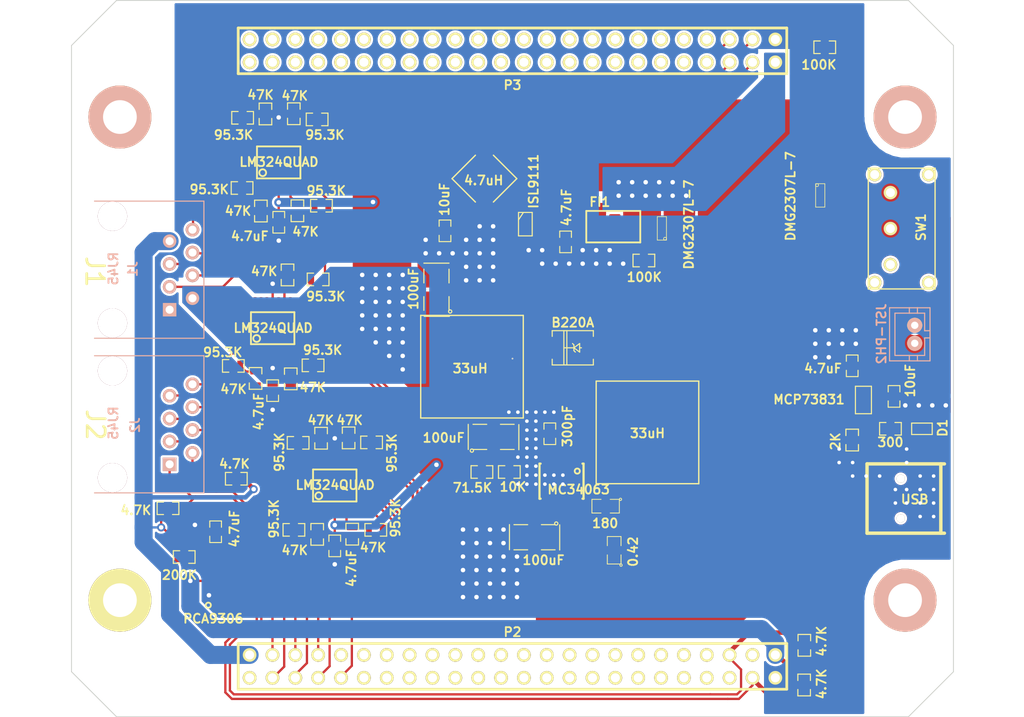
<source format=kicad_pcb>
(kicad_pcb (version 20171130) (host pcbnew "(5.1.4-0-10_14)")
  (layers (0 F.Cu signal) (31 B.Cu signal) (34 B.Paste user) (35 F.Paste user) (36 B.SilkS user) (37 F.SilkS user) (38 B.Mask user) (39 F.Mask user) (44 Edge.Cuts user))
  (net 0 "")
  (net 1 +5V)
  (net 2 /10VOUT)
  (net 3 /3.3VOUT)
  (net 4 /5VOUT)
  (net 5 /INH)
  (net 6 /INHV10)
  (net 7 /SCL)
  (net 8 /SCL5V)
  (net 9 /SDA)
  (net 10 /SDA5V)
  (net 11 /VBAT)
  (net 12 /VMOS)
  (net 13 /X16S0)
  (net 14 /X16S0V10)
  (net 15 /X16S1)
  (net 16 /X16S1V10)
  (net 17 /X16S2)
  (net 18 /X16S2V10)
  (net 19 /X16S3)
  (net 20 /X16S3V10)
  (net 21 /X2)
  (net 22 /X2V10)
  (net 23 /X4A)
  (net 24 /X4AV10)
  (net 25 /X4B)
  (net 26 /X4BV10)
  (net 27 /X8A)
  (net 28 /X8AV10)
  (net 29 /X8B)
  (net 30 /X8BV10)
  (net 31 /X8C)
  (net 32 /X8CV10)
  (net 33 GND)
  (net 34 N-00000105)
  (net 35 N-00000106)
  (net 36 N-00000107)
  (net 37 N-0000011)
  (net 38 N-00000113)
  (net 39 N-00000114)
  (net 40 N-0000012)
  (net 41 N-0000022)
  (net 42 N-0000023)
  (net 43 N-0000024)
  (net 44 N-0000025)
  (net 45 N-0000026)
  (net 46 N-0000028)
  (net 47 N-0000029)
  (net 48 N-0000030)
  (net 49 N-0000034)
  (net 50 N-000004)
  (net 51 N-0000041)
  (net 52 N-0000043)
  (net 53 N-0000046)
  (net 54 N-0000047)
  (net 55 N-0000054)
  (net 56 N-0000055)
  (net 57 N-0000056)
  (net 58 N-0000057)
  (net 59 N-000008)
  (net 60 N-000009)
  (module EG1224 (layer F.Cu) (at 143.25 119.75 90)
    (fp_text reference SW1 (at 0.15 2.15 90) (layer F.SilkS) (effects (font (thickness 0.2))))
    (fp_text value SWITCH_INV hide)
    (pad 4 thru_hole circle (at -6 -3 90) (size 1.5 1.5) (drill 1) (layers *.Cu *.Mask F.SilkS))
    (pad 7 thru_hole circle (at -6 3 90) (size 1.5 1.5) (drill 1) (layers *.Cu *.Mask F.SilkS))
    (pad 5 thru_hole circle (at 6 -3 90) (size 1.5 1.5) (drill 1) (layers *.Cu *.Mask F.SilkS))
    (pad 6 thru_hole circle (at 6 3 90) (size 1.5 1.5) (drill 1) (layers *.Cu *.Mask F.SilkS))
    (pad 1 thru_hole circle (at -4 -1.25 90) (size 1.5 1.5) (drill 1) (layers *.Cu *.Mask F.SilkS))
    (pad 2 thru_hole circle (at 0 -1.25 90) (size 1.5 1.5) (drill 1) (layers *.Cu *.Mask F.SilkS) (net 11 /VBAT))
    (pad 3 thru_hole circle (at 4 -1.25 90) (size 1.5 1.5) (drill 1) (layers *.Cu *.Mask F.SilkS) (net 38 N-00000113))
  )
  (module PIN_ARRAY_1 (layer F.Cu) (at 43.5 158.2)
    (fp_text reference PIN_ARRAY_1 hide)
    (fp_text value Val** hide)
    (pad 1 thru_hole circle (at 12.875 2.845) (size 7 7) (drill 3.75) (layers *.Cu *.Mask F.SilkS))
  )
  (module PIN_ARRAY_1 (layer F.Cu) (at 43.3 106.3)
    (fp_text reference PIN_ARRAY_1 hide)
    (fp_text value Val** hide)
    (pad 1 thru_hole circle (at 13.075 1.055) (size 7 7) (drill 3.75) (layers *.Cu *.SilkS *.Mask))
  )
  (module PIN_ARRAY_1 (layer F.Cu) (at 156.6 161.3)
    (fp_text reference PIN_ARRAY_1 hide)
    (fp_text value Val** hide)
    (pad 1 thru_hole circle (at -12.975 -0.255) (size 7 7) (drill 3.75) (layers *.Cu *.SilkS *.Mask))
  )
  (module PIN_ARRAY_1 (layer F.Cu) (at 154.3 107.1)
    (fp_text reference PIN_ARRAY_1 hide)
    (fp_text value Val** hide)
    (pad 1 thru_hole circle (at -10.675 0.255) (size 7 7) (drill 3.75) (layers *.Cu *.SilkS *.Mask))
  )
  (module jst-ph-JST-PH2 (layer B.Cu) (at 144.7 131.5 270)
    (fp_text reference P1 hide)
    (fp_text value JST-PH2 (at -0.05 3.7 270) (layer B.SilkS) (effects (font (thickness 0.2)) (justify mirror)))
    (pad 1 thru_hole circle (at 0.99822 0 270) (size 1.6764 1.6764) (drill 0.8128) (layers *.Cu *.Paste *.SilkS *.Mask) (net 11 /VBAT))
    (pad 2 thru_hole circle (at -0.99822 0 270) (size 1.6764 1.6764) (drill 0.8128) (layers *.Cu *.Paste *.SilkS *.Mask) (net 33 GND))
  )
  (module SM0805 (layer F.Cu) (at 111.3 155.5 90)
    (fp_text reference R6 hide)
    (fp_text value 0.42 (at -0.15 2.1 90) (layer F.SilkS) (effects (font (thickness 0.2))))
    (pad 1 smd rect (at -1 0 90) (size 1 1.397) (layers F.Cu F.Paste F.Mask) (net 12 /VMOS))
    (pad 2 smd rect (at 1 0 90) (size 1 1.397) (layers F.Cu F.Paste F.Mask) (net 43 N-0000024))
  )
  (module USB_MINI_B (layer F.Cu) (at 144 149.75 180)
    (fp_text reference J3 hide)
    (fp_text value USB (at -0.7 -0.1 180) (layer F.SilkS) (effects (font (size 1.016 1.016) (thickness 0.2032))))
    (pad 1 smd rect (at 3.44932 -1.6002 180) (size 2.30124 0.50038) (layers F.Cu F.Paste F.Mask) (net 1 +5V))
    (pad 2 smd rect (at 3.44932 -0.8001 180) (size 2.30124 0.50038) (layers F.Cu F.Paste F.Mask))
    (pad 3 smd rect (at 3.44932 0 180) (size 2.30124 0.50038) (layers F.Cu F.Paste F.Mask))
    (pad 4 smd rect (at 3.44932 0.8001 180) (size 2.30124 0.50038) (layers F.Cu F.Paste F.Mask))
    (pad 5 smd rect (at 3.44932 1.6002 180) (size 2.30124 0.50038) (layers F.Cu F.Paste F.Mask) (net 33 GND))
    (pad 6 smd rect (at 3.35026 -4.45008 180) (size 2.49936 1.99898) (layers F.Cu F.Paste F.Mask))
    (pad 7 smd rect (at -2.14884 -4.45008 180) (size 2.49936 1.99898) (layers F.Cu F.Paste F.Mask))
    (pad 8 smd rect (at 3.35026 4.45008 180) (size 2.49936 1.99898) (layers F.Cu F.Paste F.Mask))
    (pad 9 smd rect (at -2.14884 4.45008 180) (size 2.49936 1.99898) (layers F.Cu F.Paste F.Mask))
    (pad "" thru_hole circle (at 0.8509 -2.19964 180) (size 0.89916 0.89916) (drill 0.89916) (layers *.Cu *.Mask F.SilkS))
    (pad 2 thru_hole circle (at 0.8509 2.19964 180) (size 0.89916 0.89916) (drill 0.89916) (layers *.Cu *.Mask F.SilkS))
  )
  (module DMG2307L (layer F.Cu) (at 116.6 119.7 90)
    (fp_text reference Q2 hide)
    (fp_text value DMG2307L-7 (at 0.4 3 90) (layer F.SilkS) (effects (font (thickness 0.2))))
    (pad D smd rect (at 0 -1.09982 90) (size 0.8001 1.00076) (layers F.Cu F.Paste F.Mask) (net 48 N-0000030))
    (pad S smd rect (at 0.9525 1.09982 90) (size 0.8001 1.00076) (layers F.Cu F.Paste F.Mask) (net 4 /5VOUT))
    (pad G smd rect (at -0.9525 1.09982 90) (size 0.8001 1.00076) (layers F.Cu F.Paste F.Mask) (net 54 N-0000047))
  )
  (module TSSOP14 (layer F.Cu) (at 80.25 148.3)
    (fp_text reference U4 hide)
    (fp_text value LM324QUAD (at 0.05 -0.05) (layer F.SilkS) (effects (font (thickness 0.2))))
    (pad 1 smd rect (at -1.9304 2.794) (size 0.29972 1.30048) (layers F.Cu F.Paste F.Mask) (net 22 /X2V10))
    (pad 2 smd rect (at -1.2954 2.794) (size 0.29972 1.30048) (layers F.Cu F.Paste F.Mask) (net 56 N-0000055))
    (pad 3 smd rect (at -0.635 2.794) (size 0.29972 1.30048) (layers F.Cu F.Paste F.Mask) (net 21 /X2))
    (pad 4 smd rect (at 0 2.794) (size 0.29972 1.30048) (layers F.Cu F.Paste F.Mask) (net 2 /10VOUT))
    (pad 5 smd rect (at 0.6604 2.794) (size 0.29972 1.30048) (layers F.Cu F.Paste F.Mask) (net 27 /X8A))
    (pad 6 smd rect (at 1.3081 2.794) (size 0.29972 1.30048) (layers F.Cu F.Paste F.Mask) (net 57 N-0000056))
    (pad 7 smd rect (at 1.9558 2.794) (size 0.29972 1.30048) (layers F.Cu F.Paste F.Mask) (net 28 /X8AV10))
    (pad 8 smd rect (at 1.9558 -2.794) (size 0.29972 1.30048) (layers F.Cu F.Paste F.Mask) (net 30 /X8BV10))
    (pad 9 smd rect (at 1.3081 -2.794) (size 0.29972 1.30048) (layers F.Cu F.Paste F.Mask) (net 58 N-0000057))
    (pad 10 smd rect (at 0.6604 -2.794) (size 0.29972 1.30048) (layers F.Cu F.Paste F.Mask) (net 29 /X8B))
    (pad 11 smd rect (at 0 -2.794) (size 0.29972 1.30048) (layers F.Cu F.Paste F.Mask) (net 33 GND))
    (pad 12 smd rect (at -0.6477 -2.794) (size 0.29972 1.30048) (layers F.Cu F.Paste F.Mask) (net 31 /X8C))
    (pad 13 smd rect (at -1.2954 -2.794) (size 0.29972 1.30048) (layers F.Cu F.Paste F.Mask) (net 55 N-0000054))
    (pad 14 smd rect (at -1.9431 -2.794) (size 0.29972 1.30048) (layers F.Cu F.Paste F.Mask) (net 32 /X8CV10))
  )
  (module TSSOP14 (layer F.Cu) (at 73.35 130.82)
    (fp_text reference U5 hide)
    (fp_text value LM324QUAD (at 0.05 -0.02) (layer F.SilkS) (effects (font (thickness 0.2))))
    (pad 1 smd rect (at -1.9304 2.794) (size 0.29972 1.30048) (layers F.Cu F.Paste F.Mask) (net 24 /X4AV10))
    (pad 2 smd rect (at -1.2954 2.794) (size 0.29972 1.30048) (layers F.Cu F.Paste F.Mask) (net 52 N-0000043))
    (pad 3 smd rect (at -0.635 2.794) (size 0.29972 1.30048) (layers F.Cu F.Paste F.Mask) (net 23 /X4A))
    (pad 4 smd rect (at 0 2.794) (size 0.29972 1.30048) (layers F.Cu F.Paste F.Mask) (net 2 /10VOUT))
    (pad 5 smd rect (at 0.6604 2.794) (size 0.29972 1.30048) (layers F.Cu F.Paste F.Mask) (net 25 /X4B))
    (pad 6 smd rect (at 1.3081 2.794) (size 0.29972 1.30048) (layers F.Cu F.Paste F.Mask) (net 51 N-0000041))
    (pad 7 smd rect (at 1.9558 2.794) (size 0.29972 1.30048) (layers F.Cu F.Paste F.Mask) (net 26 /X4BV10))
    (pad 8 smd rect (at 1.9558 -2.794) (size 0.29972 1.30048) (layers F.Cu F.Paste F.Mask) (net 6 /INHV10))
    (pad 9 smd rect (at 1.3081 -2.794) (size 0.29972 1.30048) (layers F.Cu F.Paste F.Mask) (net 53 N-0000046))
    (pad 10 smd rect (at 0.6604 -2.794) (size 0.29972 1.30048) (layers F.Cu F.Paste F.Mask) (net 5 /INH))
    (pad 11 smd rect (at 0 -2.794) (size 0.29972 1.30048) (layers F.Cu F.Paste F.Mask) (net 33 GND))
    (pad 12 smd rect (at -0.6477 -2.794) (size 0.29972 1.30048) (layers F.Cu F.Paste F.Mask))
    (pad 13 smd rect (at -1.2954 -2.794) (size 0.29972 1.30048) (layers F.Cu F.Paste F.Mask))
    (pad 14 smd rect (at -1.9431 -2.794) (size 0.29972 1.30048) (layers F.Cu F.Paste F.Mask))
  )
  (module TSSOP14 (layer F.Cu) (at 74.02 112.4)
    (fp_text reference U3 hide)
    (fp_text value LM324QUAD (at 0.03 -0.05) (layer F.SilkS) (effects (font (thickness 0.2))))
    (pad 1 smd rect (at -1.9304 2.794) (size 0.29972 1.30048) (layers F.Cu F.Paste F.Mask) (net 14 /X16S0V10))
    (pad 2 smd rect (at -1.2954 2.794) (size 0.29972 1.30048) (layers F.Cu F.Paste F.Mask) (net 60 N-000009))
    (pad 3 smd rect (at -0.635 2.794) (size 0.29972 1.30048) (layers F.Cu F.Paste F.Mask) (net 13 /X16S0))
    (pad 4 smd rect (at 0 2.794) (size 0.29972 1.30048) (layers F.Cu F.Paste F.Mask) (net 2 /10VOUT))
    (pad 5 smd rect (at 0.6604 2.794) (size 0.29972 1.30048) (layers F.Cu F.Paste F.Mask) (net 15 /X16S1))
    (pad 6 smd rect (at 1.3081 2.794) (size 0.29972 1.30048) (layers F.Cu F.Paste F.Mask) (net 59 N-000008))
    (pad 7 smd rect (at 1.9558 2.794) (size 0.29972 1.30048) (layers F.Cu F.Paste F.Mask) (net 16 /X16S1V10))
    (pad 8 smd rect (at 1.9558 -2.794) (size 0.29972 1.30048) (layers F.Cu F.Paste F.Mask) (net 18 /X16S2V10))
    (pad 9 smd rect (at 1.3081 -2.794) (size 0.29972 1.30048) (layers F.Cu F.Paste F.Mask) (net 40 N-0000012))
    (pad 10 smd rect (at 0.6604 -2.794) (size 0.29972 1.30048) (layers F.Cu F.Paste F.Mask) (net 17 /X16S2))
    (pad 11 smd rect (at 0 -2.794) (size 0.29972 1.30048) (layers F.Cu F.Paste F.Mask) (net 33 GND))
    (pad 12 smd rect (at -0.6477 -2.794) (size 0.29972 1.30048) (layers F.Cu F.Paste F.Mask) (net 19 /X16S3))
    (pad 13 smd rect (at -1.2954 -2.794) (size 0.29972 1.30048) (layers F.Cu F.Paste F.Mask) (net 37 N-0000011))
    (pad 14 smd rect (at -1.9431 -2.794) (size 0.29972 1.30048) (layers F.Cu F.Paste F.Mask) (net 20 /X16S3V10))
  )
  (module SM8 (layer F.Cu) (at 68.28 158.8)
    (fp_text reference U6 hide)
    (fp_text value PCA9306 (at -1.53 4.3) (layer F.SilkS) (effects (font (thickness 0.2))))
    (pad 1 smd rect (at -0.975 1.7) (size 0.3 1.6) (layers F.Cu F.Paste F.Mask) (net 33 GND))
    (pad 2 smd rect (at -0.325 1.7) (size 0.3 1.6) (layers F.Cu F.Paste F.Mask) (net 3 /3.3VOUT))
    (pad 3 smd rect (at 0.325 1.7) (size 0.3 1.6) (layers F.Cu F.Paste F.Mask) (net 7 /SCL))
    (pad 4 smd rect (at 0.975 1.7) (size 0.3 1.6) (layers F.Cu F.Paste F.Mask) (net 9 /SDA))
    (pad 5 smd rect (at 0.975 -1.7) (size 0.3 1.6) (layers F.Cu F.Paste F.Mask) (net 10 /SDA5V))
    (pad 6 smd rect (at 0.325 -1.7) (size 0.3 1.6) (layers F.Cu F.Paste F.Mask) (net 8 /SCL5V))
    (pad 7 smd rect (at -0.325 -1.7) (size 0.3 1.6) (layers F.Cu F.Paste F.Mask) (net 50 N-000004))
    (pad 8 smd rect (at -0.975 -1.7) (size 0.3 1.6) (layers F.Cu F.Paste F.Mask) (net 50 N-000004))
  )
  (module SOT23_6 (layer F.Cu) (at 101.43 119.29 270)
    (fp_text reference U2 hide)
    (fp_text value ISL9111 (at -4.79 -0.92 270) (layer F.SilkS) (effects (font (thickness 0.2))))
    (pad 6 smd rect (at -0.9525 -1.27 270) (size 0.70104 1.00076) (layers F.Cu F.Paste F.Mask) (net 12 /VMOS))
    (pad 5 smd rect (at 0 -1.27 270) (size 0.70104 1.00076) (layers F.Cu F.Paste F.Mask) (net 46 N-0000028))
    (pad 4 smd rect (at 0.9525 -1.27 270) (size 0.70104 1.00076) (layers F.Cu F.Paste F.Mask))
    (pad 3 smd rect (at 0.9525 1.27 270) (size 0.70104 1.00076) (layers F.Cu F.Paste F.Mask) (net 12 /VMOS))
    (pad 2 smd rect (at 0 1.27 270) (size 0.70104 1.00076) (layers F.Cu F.Paste F.Mask) (net 33 GND))
    (pad 1 smd rect (at -0.9525 1.27 270) (size 0.70104 1.00076) (layers F.Cu F.Paste F.Mask) (net 47 N-0000029))
  )
  (module DMG2307L (layer F.Cu) (at 134.2 116.1 270)
    (fp_text reference Q1 hide)
    (fp_text value DMG2307L-7 (at 0.05 3.3 270) (layer F.SilkS) (effects (font (thickness 0.2))))
    (pad D smd rect (at 0 -1.09982 270) (size 0.8001 1.00076) (layers F.Cu F.Paste F.Mask) (net 38 N-00000113))
    (pad S smd rect (at 0.9525 1.09982 270) (size 0.8001 1.00076) (layers F.Cu F.Paste F.Mask) (net 12 /VMOS))
    (pad G smd rect (at -0.9525 1.09982 270) (size 0.8001 1.00076) (layers F.Cu F.Paste F.Mask) (net 39 N-00000114))
  )
  (module SOT23-5 (layer F.Cu) (at 139 138.8 90)
    (fp_text reference MCP1 hide)
    (fp_text value MCP73831 (at 0.05 -6.05 180) (layer F.SilkS) (effects (font (thickness 0.2))))
    (pad 1 smd rect (at -0.9525 1.27 90) (size 0.508 0.762) (layers F.Cu F.Paste F.Mask) (net 34 N-00000105))
    (pad 3 smd rect (at 0.9525 1.27 90) (size 0.508 0.762) (layers F.Cu F.Paste F.Mask) (net 11 /VBAT))
    (pad 5 smd rect (at -0.9525 -1.27 90) (size 0.508 0.762) (layers F.Cu F.Paste F.Mask) (net 35 N-00000106))
    (pad 2 smd rect (at 0 1.27 90) (size 0.508 0.762) (layers F.Cu F.Paste F.Mask) (net 33 GND))
    (pad 4 smd rect (at 0.9525 -1.27 90) (size 0.508 0.762) (layers F.Cu F.Paste F.Mask) (net 1 +5V))
  )
  (module SOIC8 (layer F.Cu) (at 105.45 147.82 180)
    (fp_text reference U1 hide)
    (fp_text value MC34063 (at -1.9 -0.93) (layer F.SilkS) (effects (font (thickness 0.2))))
    (pad 1 smd rect (at -1.90246 2.69748) (size 0.59944 1.5494) (layers F.Cu F.Paste F.Mask) (net 42 N-0000023))
    (pad 2 smd rect (at -0.63246 2.69748) (size 0.59944 1.5494) (layers F.Cu F.Paste F.Mask) (net 33 GND))
    (pad 3 smd rect (at 0.63246 2.69748) (size 0.59944 1.5494) (layers F.Cu F.Paste F.Mask) (net 45 N-0000026))
    (pad 4 smd rect (at 1.90246 2.69748) (size 0.59944 1.5494) (layers F.Cu F.Paste F.Mask) (net 33 GND))
    (pad 5 smd rect (at 1.90246 -2.69748 180) (size 0.59944 1.5494) (layers F.Cu F.Paste F.Mask) (net 41 N-0000022))
    (pad 6 smd rect (at 0.63246 -2.69748 180) (size 0.59944 1.5494) (layers F.Cu F.Paste F.Mask) (net 12 /VMOS))
    (pad 7 smd rect (at -0.63246 -2.69748 180) (size 0.59944 1.5494) (layers F.Cu F.Paste F.Mask) (net 43 N-0000024))
    (pad 8 smd rect (at -1.90246 -2.69748 180) (size 0.59944 1.5494) (layers F.Cu F.Paste F.Mask) (net 44 N-0000025))
  )
  (module "DO-214AC(SMA)" (layer F.Cu) (at 106.7 133 180)
    (fp_text reference D3 hide)
    (fp_text value B220A (at 0 2.79908 180) (layer F.SilkS) (effects (font (thickness 0.2))))
    (pad 1 smd rect (at -2 0 180) (size 2 2.19964) (layers F.Cu F.Paste F.Mask) (net 42 N-0000023))
    (pad 2 smd rect (at 2 0 180) (size 2 2.19964) (layers F.Cu F.Paste F.Mask) (net 49 N-0000034))
  )
  (module SM1210 (layer F.Cu) (at 102.45 154.05 180)
    (fp_text reference C6 hide)
    (fp_text value 100uF (at -1 -2.55 180) (layer F.SilkS) (effects (font (thickness 0.2))))
    (pad 1 smd rect (at -1.75 0 180) (size 1.75 2.54) (layers F.Cu F.Paste F.Mask) (net 12 /VMOS))
    (pad 2 smd rect (at 1.75 0 180) (size 1.75 2.54) (layers F.Cu F.Paste F.Mask) (net 33 GND))
  )
  (module SM1210 (layer F.Cu) (at 97.9 142.9)
    (fp_text reference C8 hide)
    (fp_text value 100uF (at -5.55 0.1) (layer F.SilkS) (effects (font (thickness 0.2))))
    (pad 1 smd rect (at -1.75 0) (size 1.75 2.54) (layers F.Cu F.Paste F.Mask) (net 49 N-0000034))
    (pad 2 smd rect (at 1.75 0) (size 1.75 2.54) (layers F.Cu F.Paste F.Mask) (net 33 GND))
  )
  (module SM1210 (layer F.Cu) (at 91.55 126.55 90)
    (fp_text reference C9 hide)
    (fp_text value 100uF (at 0.1 -2.55 90) (layer F.SilkS) (effects (font (thickness 0.2))))
    (pad 1 smd rect (at -1.75 0 90) (size 1.75 2.54) (layers F.Cu F.Paste F.Mask) (net 2 /10VOUT))
    (pad 2 smd rect (at 1.75 0 90) (size 1.75 2.54) (layers F.Cu F.Paste F.Mask) (net 33 GND))
  )
  (module SMD_CDR_INDUCTOR (layer F.Cu) (at 96.88 114.2 90)
    (fp_text reference L1 hide)
    (fp_text value 4.7uH (at -0.2 -0.08 180) (layer F.SilkS) (effects (font (thickness 0.2))))
    (pad 1 smd rect (at -2.875 0 90) (size 2 1.6) (layers F.Cu F.Paste F.Mask) (net 47 N-0000029))
    (pad 2 smd rect (at 2.875 0 90) (size 2 1.6) (layers F.Cu F.Paste F.Mask) (net 12 /VMOS))
  )
  (module SLF_INDUCTOR (layer F.Cu) (at 115 142.4 90)
    (fp_text reference L3 hide)
    (fp_text value 33uH (at -0.1 0 180) (layer F.SilkS) (effects (font (thickness 0.2))))
    (pad 2 smd rect (at 4.05 0 90) (size 3.5 3.2) (layers F.Cu F.Paste F.Mask) (net 42 N-0000023))
    (pad 1 smd rect (at -4.05 0 90) (size 3.5 3.2) (layers F.Cu F.Paste F.Mask) (net 43 N-0000024))
  )
  (module SLF_INDUCTOR (layer F.Cu) (at 95.5 135.1 180)
    (fp_text reference L4 hide)
    (fp_text value 33uH (at 0.2 -0.2 180) (layer F.SilkS) (effects (font (thickness 0.2))))
    (pad 2 smd rect (at 4.05 0 180) (size 3.5 3.2) (layers F.Cu F.Paste F.Mask) (net 2 /10VOUT))
    (pad 1 smd rect (at -4.05 0 180) (size 3.5 3.2) (layers F.Cu F.Paste F.Mask) (net 49 N-0000034))
  )
  (module SM0603_Resistor (layer F.Cu) (at 78.29 107.62 180)
    (fp_text reference R17 hide)
    (fp_text value 95.3K (at -0.86 -1.73 180) (layer F.SilkS) (effects (font (thickness 0.2))))
    (pad 1 smd rect (at -0.762 0 180) (size 0.635 1.143) (layers F.Cu F.Paste F.Mask) (net 18 /X16S2V10))
    (pad 2 smd rect (at 0.762 0 180) (size 0.635 1.143) (layers F.Cu F.Paste F.Mask) (net 40 N-0000012))
  )
  (module SM0603_Resistor (layer F.Cu) (at 75.7 106.99 90)
    (fp_text reference R21 hide)
    (fp_text value 47K (at 1.99 0.1 180) (layer F.SilkS) (effects (font (thickness 0.2))))
    (pad 1 smd rect (at -0.762 0 90) (size 0.635 1.143) (layers F.Cu F.Paste F.Mask) (net 40 N-0000012))
    (pad 2 smd rect (at 0.762 0 90) (size 0.635 1.143) (layers F.Cu F.Paste F.Mask) (net 33 GND))
  )
  (module SM0603_Resistor (layer F.Cu) (at 72.55 107.01 90)
    (fp_text reference R20 hide)
    (fp_text value 47K (at 2.11 -0.55 180) (layer F.SilkS) (effects (font (thickness 0.2))))
    (pad 1 smd rect (at -0.762 0 90) (size 0.635 1.143) (layers F.Cu F.Paste F.Mask) (net 37 N-0000011))
    (pad 2 smd rect (at 0.762 0 90) (size 0.635 1.143) (layers F.Cu F.Paste F.Mask) (net 33 GND))
  )
  (module PIN_ARRAY_24X2 (layer F.Cu) (at 100 168.4)
    (fp_text reference P2 (at 0 -3.81) (layer F.SilkS) (effects (font (thickness 0.2))))
    (fp_text value CONN_24X2 hide)
    (pad 1 thru_hole circle (at -29.21 1.27) (size 1.524 1.524) (drill 1.016) (layers *.Cu *.Mask F.SilkS))
    (pad 2 thru_hole circle (at -29.21 -1.27) (size 1.524 1.524) (drill 1.016) (layers *.Cu *.Mask F.SilkS) (net 4 /5VOUT))
    (pad 3 thru_hole circle (at -26.67 1.27) (size 1.524 1.524) (drill 1.016) (layers *.Cu *.Mask F.SilkS) (net 21 /X2))
    (pad 4 thru_hole circle (at -26.67 -1.27) (size 1.524 1.524) (drill 1.016) (layers *.Cu *.Mask F.SilkS) (net 27 /X8A))
    (pad 5 thru_hole circle (at -24.13 1.27) (size 1.524 1.524) (drill 1.016) (layers *.Cu *.Mask F.SilkS) (net 29 /X8B))
    (pad 6 thru_hole circle (at -24.13 -1.27) (size 1.524 1.524) (drill 1.016) (layers *.Cu *.Mask F.SilkS) (net 31 /X8C))
    (pad 7 thru_hole circle (at -21.59 1.27) (size 1.524 1.524) (drill 1.016) (layers *.Cu *.Mask F.SilkS) (net 23 /X4A))
    (pad 8 thru_hole circle (at -21.59 -1.27) (size 1.524 1.524) (drill 1.016) (layers *.Cu *.Mask F.SilkS) (net 25 /X4B))
    (pad 9 thru_hole circle (at -19.05 1.27) (size 1.524 1.524) (drill 1.016) (layers *.Cu *.Mask F.SilkS) (net 5 /INH))
    (pad 10 thru_hole circle (at -19.05 -1.27) (size 1.524 1.524) (drill 1.016) (layers *.Cu *.Mask F.SilkS))
    (pad 11 thru_hole circle (at -16.51 1.27) (size 1.524 1.524) (drill 1.016) (layers *.Cu *.Mask F.SilkS))
    (pad 12 thru_hole circle (at -16.51 -1.27) (size 1.524 1.524) (drill 1.016) (layers *.Cu *.Mask F.SilkS))
    (pad 13 thru_hole circle (at -13.97 1.27) (size 1.524 1.524) (drill 1.016) (layers *.Cu *.Mask F.SilkS))
    (pad 14 thru_hole circle (at -13.97 -1.27) (size 1.524 1.524) (drill 1.016) (layers *.Cu *.Mask F.SilkS))
    (pad 15 thru_hole circle (at -11.43 1.27) (size 1.524 1.524) (drill 1.016) (layers *.Cu *.Mask F.SilkS))
    (pad 16 thru_hole circle (at -11.43 -1.27) (size 1.524 1.524) (drill 1.016) (layers *.Cu *.Mask F.SilkS))
    (pad 17 thru_hole circle (at -8.89 1.27) (size 1.524 1.524) (drill 1.016) (layers *.Cu *.Mask F.SilkS))
    (pad 18 thru_hole circle (at -8.89 -1.27) (size 1.524 1.524) (drill 1.016) (layers *.Cu *.Mask F.SilkS))
    (pad 19 thru_hole circle (at -6.35 1.27) (size 1.524 1.524) (drill 1.016) (layers *.Cu *.Mask F.SilkS))
    (pad 20 thru_hole circle (at -6.35 -1.27) (size 1.524 1.524) (drill 1.016) (layers *.Cu *.Mask F.SilkS))
    (pad 21 thru_hole circle (at -3.81 1.27) (size 1.524 1.524) (drill 1.016) (layers *.Cu *.Mask F.SilkS))
    (pad 22 thru_hole circle (at -3.81 -1.27) (size 1.524 1.524) (drill 1.016) (layers *.Cu *.Mask F.SilkS))
    (pad 23 thru_hole circle (at -1.27 1.27) (size 1.524 1.524) (drill 1.016) (layers *.Cu *.Mask F.SilkS))
    (pad 24 thru_hole circle (at -1.27 -1.27) (size 1.524 1.524) (drill 1.016) (layers *.Cu *.Mask F.SilkS))
    (pad 25 thru_hole circle (at 1.27 1.27) (size 1.524 1.524) (drill 1.016) (layers *.Cu *.Mask F.SilkS))
    (pad 26 thru_hole circle (at 1.27 -1.27) (size 1.524 1.524) (drill 1.016) (layers *.Cu *.Mask F.SilkS))
    (pad 27 thru_hole circle (at 3.81 1.27) (size 1.524 1.524) (drill 1.016) (layers *.Cu *.Mask F.SilkS))
    (pad 28 thru_hole circle (at 3.81 -1.27) (size 1.524 1.524) (drill 1.016) (layers *.Cu *.Mask F.SilkS))
    (pad 29 thru_hole circle (at 6.35 1.27) (size 1.524 1.524) (drill 1.016) (layers *.Cu *.Mask F.SilkS))
    (pad 30 thru_hole circle (at 6.35 -1.27) (size 1.524 1.524) (drill 1.016) (layers *.Cu *.Mask F.SilkS))
    (pad 31 thru_hole circle (at 8.89 1.27) (size 1.524 1.524) (drill 1.016) (layers *.Cu *.Mask F.SilkS))
    (pad 32 thru_hole circle (at 8.89 -1.27) (size 1.524 1.524) (drill 1.016) (layers *.Cu *.Mask F.SilkS))
    (pad 33 thru_hole circle (at 11.43 1.27) (size 1.524 1.524) (drill 1.016) (layers *.Cu *.Mask F.SilkS))
    (pad 34 thru_hole circle (at 11.43 -1.27) (size 1.524 1.524) (drill 1.016) (layers *.Cu *.Mask F.SilkS))
    (pad 35 thru_hole circle (at 13.97 1.27) (size 1.524 1.524) (drill 1.016) (layers *.Cu *.Mask F.SilkS))
    (pad 36 thru_hole circle (at 13.97 -1.27) (size 1.524 1.524) (drill 1.016) (layers *.Cu *.Mask F.SilkS))
    (pad 37 thru_hole circle (at 16.51 1.27) (size 1.524 1.524) (drill 1.016) (layers *.Cu *.Mask F.SilkS))
    (pad 38 thru_hole circle (at 16.51 -1.27) (size 1.524 1.524) (drill 1.016) (layers *.Cu *.Mask F.SilkS))
    (pad 39 thru_hole circle (at 19.05 1.27) (size 1.524 1.524) (drill 1.016) (layers *.Cu *.Mask F.SilkS))
    (pad 40 thru_hole circle (at 19.05 -1.27) (size 1.524 1.524) (drill 1.016) (layers *.Cu *.Mask F.SilkS))
    (pad 41 thru_hole circle (at 21.59 1.27) (size 1.524 1.524) (drill 1.016) (layers *.Cu *.Mask F.SilkS))
    (pad 42 thru_hole circle (at 21.59 -1.27) (size 1.524 1.524) (drill 1.016) (layers *.Cu *.Mask F.SilkS))
    (pad 43 thru_hole circle (at 24.13 1.27) (size 1.524 1.524) (drill 1.016) (layers *.Cu *.Mask F.SilkS))
    (pad 44 thru_hole circle (at 24.13 -1.27) (size 1.524 1.524) (drill 1.016) (layers *.Cu *.Mask F.SilkS) (net 7 /SCL))
    (pad 45 thru_hole circle (at 26.67 1.27) (size 1.524 1.524) (drill 1.016) (layers *.Cu *.Mask F.SilkS) (net 9 /SDA))
    (pad 46 thru_hole circle (at 26.67 -1.27) (size 1.524 1.524) (drill 1.016) (layers *.Cu *.Mask F.SilkS))
    (pad 47 thru_hole circle (at 29.21 1.27) (size 1.524 1.524) (drill 1.016) (layers *.Cu *.Mask F.SilkS) (net 33 GND))
    (pad 48 thru_hole circle (at 29.21 -1.27) (size 1.524 1.524) (drill 1.016) (layers *.Cu *.Mask F.SilkS) (net 3 /3.3VOUT))
  )
  (module PIN_ARRAY_24X2 (layer F.Cu) (at 100 100 180)
    (fp_text reference P3 (at 0 -3.81 180) (layer F.SilkS) (effects (font (thickness 0.2))))
    (fp_text value CONN_24X2 hide)
    (pad 1 thru_hole circle (at -29.21 1.27 180) (size 1.524 1.524) (drill 1.016) (layers *.Cu *.Mask F.SilkS) (net 33 GND))
    (pad 2 thru_hole circle (at -29.21 -1.27 180) (size 1.524 1.524) (drill 1.016) (layers *.Cu *.Mask F.SilkS) (net 4 /5VOUT))
    (pad 3 thru_hole circle (at -26.67 1.27 180) (size 1.524 1.524) (drill 1.016) (layers *.Cu *.Mask F.SilkS) (net 13 /X16S0))
    (pad 4 thru_hole circle (at -26.67 -1.27 180) (size 1.524 1.524) (drill 1.016) (layers *.Cu *.Mask F.SilkS) (net 15 /X16S1))
    (pad 5 thru_hole circle (at -24.13 1.27 180) (size 1.524 1.524) (drill 1.016) (layers *.Cu *.Mask F.SilkS) (net 17 /X16S2))
    (pad 6 thru_hole circle (at -24.13 -1.27 180) (size 1.524 1.524) (drill 1.016) (layers *.Cu *.Mask F.SilkS) (net 19 /X16S3))
    (pad 7 thru_hole circle (at -21.59 1.27 180) (size 1.524 1.524) (drill 1.016) (layers *.Cu *.Mask F.SilkS))
    (pad 8 thru_hole circle (at -21.59 -1.27 180) (size 1.524 1.524) (drill 1.016) (layers *.Cu *.Mask F.SilkS))
    (pad 9 thru_hole circle (at -19.05 1.27 180) (size 1.524 1.524) (drill 1.016) (layers *.Cu *.Mask F.SilkS))
    (pad 10 thru_hole circle (at -19.05 -1.27 180) (size 1.524 1.524) (drill 1.016) (layers *.Cu *.Mask F.SilkS))
    (pad 11 thru_hole circle (at -16.51 1.27 180) (size 1.524 1.524) (drill 1.016) (layers *.Cu *.Mask F.SilkS))
    (pad 12 thru_hole circle (at -16.51 -1.27 180) (size 1.524 1.524) (drill 1.016) (layers *.Cu *.Mask F.SilkS))
    (pad 13 thru_hole circle (at -13.97 1.27 180) (size 1.524 1.524) (drill 1.016) (layers *.Cu *.Mask F.SilkS))
    (pad 14 thru_hole circle (at -13.97 -1.27 180) (size 1.524 1.524) (drill 1.016) (layers *.Cu *.Mask F.SilkS))
    (pad 15 thru_hole circle (at -11.43 1.27 180) (size 1.524 1.524) (drill 1.016) (layers *.Cu *.Mask F.SilkS))
    (pad 16 thru_hole circle (at -11.43 -1.27 180) (size 1.524 1.524) (drill 1.016) (layers *.Cu *.Mask F.SilkS))
    (pad 17 thru_hole circle (at -8.89 1.27 180) (size 1.524 1.524) (drill 1.016) (layers *.Cu *.Mask F.SilkS))
    (pad 18 thru_hole circle (at -8.89 -1.27 180) (size 1.524 1.524) (drill 1.016) (layers *.Cu *.Mask F.SilkS))
    (pad 19 thru_hole circle (at -6.35 1.27 180) (size 1.524 1.524) (drill 1.016) (layers *.Cu *.Mask F.SilkS))
    (pad 20 thru_hole circle (at -6.35 -1.27 180) (size 1.524 1.524) (drill 1.016) (layers *.Cu *.Mask F.SilkS))
    (pad 21 thru_hole circle (at -3.81 1.27 180) (size 1.524 1.524) (drill 1.016) (layers *.Cu *.Mask F.SilkS))
    (pad 22 thru_hole circle (at -3.81 -1.27 180) (size 1.524 1.524) (drill 1.016) (layers *.Cu *.Mask F.SilkS))
    (pad 23 thru_hole circle (at -1.27 1.27 180) (size 1.524 1.524) (drill 1.016) (layers *.Cu *.Mask F.SilkS))
    (pad 24 thru_hole circle (at -1.27 -1.27 180) (size 1.524 1.524) (drill 1.016) (layers *.Cu *.Mask F.SilkS))
    (pad 25 thru_hole circle (at 1.27 1.27 180) (size 1.524 1.524) (drill 1.016) (layers *.Cu *.Mask F.SilkS))
    (pad 26 thru_hole circle (at 1.27 -1.27 180) (size 1.524 1.524) (drill 1.016) (layers *.Cu *.Mask F.SilkS))
    (pad 27 thru_hole circle (at 3.81 1.27 180) (size 1.524 1.524) (drill 1.016) (layers *.Cu *.Mask F.SilkS))
    (pad 28 thru_hole circle (at 3.81 -1.27 180) (size 1.524 1.524) (drill 1.016) (layers *.Cu *.Mask F.SilkS))
    (pad 29 thru_hole circle (at 6.35 1.27 180) (size 1.524 1.524) (drill 1.016) (layers *.Cu *.Mask F.SilkS))
    (pad 30 thru_hole circle (at 6.35 -1.27 180) (size 1.524 1.524) (drill 1.016) (layers *.Cu *.Mask F.SilkS))
    (pad 31 thru_hole circle (at 8.89 1.27 180) (size 1.524 1.524) (drill 1.016) (layers *.Cu *.Mask F.SilkS))
    (pad 32 thru_hole circle (at 8.89 -1.27 180) (size 1.524 1.524) (drill 1.016) (layers *.Cu *.Mask F.SilkS))
    (pad 33 thru_hole circle (at 11.43 1.27 180) (size 1.524 1.524) (drill 1.016) (layers *.Cu *.Mask F.SilkS))
    (pad 34 thru_hole circle (at 11.43 -1.27 180) (size 1.524 1.524) (drill 1.016) (layers *.Cu *.Mask F.SilkS))
    (pad 35 thru_hole circle (at 13.97 1.27 180) (size 1.524 1.524) (drill 1.016) (layers *.Cu *.Mask F.SilkS))
    (pad 36 thru_hole circle (at 13.97 -1.27 180) (size 1.524 1.524) (drill 1.016) (layers *.Cu *.Mask F.SilkS))
    (pad 37 thru_hole circle (at 16.51 1.27 180) (size 1.524 1.524) (drill 1.016) (layers *.Cu *.Mask F.SilkS))
    (pad 38 thru_hole circle (at 16.51 -1.27 180) (size 1.524 1.524) (drill 1.016) (layers *.Cu *.Mask F.SilkS))
    (pad 39 thru_hole circle (at 19.05 1.27 180) (size 1.524 1.524) (drill 1.016) (layers *.Cu *.Mask F.SilkS))
    (pad 40 thru_hole circle (at 19.05 -1.27 180) (size 1.524 1.524) (drill 1.016) (layers *.Cu *.Mask F.SilkS))
    (pad 41 thru_hole circle (at 21.59 1.27 180) (size 1.524 1.524) (drill 1.016) (layers *.Cu *.Mask F.SilkS))
    (pad 42 thru_hole circle (at 21.59 -1.27 180) (size 1.524 1.524) (drill 1.016) (layers *.Cu *.Mask F.SilkS))
    (pad 43 thru_hole circle (at 24.13 1.27 180) (size 1.524 1.524) (drill 1.016) (layers *.Cu *.Mask F.SilkS))
    (pad 44 thru_hole circle (at 24.13 -1.27 180) (size 1.524 1.524) (drill 1.016) (layers *.Cu *.Mask F.SilkS))
    (pad 45 thru_hole circle (at 26.67 1.27 180) (size 1.524 1.524) (drill 1.016) (layers *.Cu *.Mask F.SilkS))
    (pad 46 thru_hole circle (at 26.67 -1.27 180) (size 1.524 1.524) (drill 1.016) (layers *.Cu *.Mask F.SilkS))
    (pad 47 thru_hole circle (at 29.21 1.27 180) (size 1.524 1.524) (drill 1.016) (layers *.Cu *.Mask F.SilkS))
    (pad 48 thru_hole circle (at 29.21 -1.27 180) (size 1.524 1.524) (drill 1.016) (layers *.Cu *.Mask F.SilkS))
  )
  (module RJ45_8 (layer B.Cu) (at 55.55 141.5 90)
    (fp_text reference J2 (at -0.1 2.5 90) (layer B.SilkS) (effects (font (thickness 0.2)) (justify mirror)))
    (fp_text value RJ45 (at 0.14224 0.1016 90) (layer B.SilkS) (effects (font (size 1.00076 1.00076) (thickness 0.2032)) (justify mirror)))
    (pad Hole thru_hole circle (at 5.93852 0 90) (size 3.2512 3.2512) (drill 3.2512) (layers *.Cu *.Mask B.SilkS))
    (pad Hole thru_hole circle (at -5.9309 0 90) (size 3.2512 3.2512) (drill 3.2512) (layers *.Cu *.Mask B.SilkS))
    (pad 1 thru_hole rect (at -4.445 6.35 90) (size 1.50114 1.50114) (drill 0.89916) (layers *.Cu *.Mask B.SilkS) (net 8 /SCL5V))
    (pad 2 thru_hole circle (at -3.175 8.89 90) (size 1.50114 1.50114) (drill 0.89916) (layers *.Cu *.Mask B.SilkS) (net 10 /SDA5V))
    (pad 3 thru_hole circle (at -1.905 6.35 90) (size 1.50114 1.50114) (drill 0.89916) (layers *.Cu *.Mask B.SilkS) (net 28 /X8AV10))
    (pad 4 thru_hole circle (at -0.635 8.89 90) (size 1.50114 1.50114) (drill 0.89916) (layers *.Cu *.Mask B.SilkS) (net 22 /X2V10))
    (pad 5 thru_hole circle (at 0.635 6.35 90) (size 1.50114 1.50114) (drill 0.89916) (layers *.Cu *.Mask B.SilkS) (net 32 /X8CV10))
    (pad 6 thru_hole circle (at 1.905 8.89 90) (size 1.50114 1.50114) (drill 0.89916) (layers *.Cu *.Mask B.SilkS) (net 30 /X8BV10))
    (pad 7 thru_hole circle (at 3.175 6.35 90) (size 1.50114 1.50114) (drill 0.89916) (layers *.Cu *.Mask B.SilkS) (net 26 /X4BV10))
    (pad 8 thru_hole circle (at 4.445 8.89 90) (size 1.50114 1.50114) (drill 0.89916) (layers *.Cu *.Mask B.SilkS) (net 24 /X4AV10))
  )
  (module RJ45_8 (layer B.Cu) (at 55.55 124.32 90)
    (fp_text reference J1 (at 0.07 2.25 90) (layer B.SilkS) (effects (font (thickness 0.2)) (justify mirror)))
    (fp_text value RJ45 (at 0.12 0.1 90) (layer B.SilkS) (effects (font (thickness 0.2)) (justify mirror)))
    (pad Hole thru_hole circle (at 5.93852 0 90) (size 3.2512 3.2512) (drill 3.2512) (layers *.Cu *.Mask B.SilkS))
    (pad Hole thru_hole circle (at -5.9309 0 90) (size 3.2512 3.2512) (drill 3.2512) (layers *.Cu *.Mask B.SilkS))
    (pad 1 thru_hole rect (at -4.445 6.35 90) (size 1.50114 1.50114) (drill 0.89916) (layers *.Cu *.Mask B.SilkS) (net 33 GND))
    (pad 2 thru_hole circle (at -3.175 8.89 90) (size 1.50114 1.50114) (drill 0.89916) (layers *.Cu *.Mask B.SilkS) (net 2 /10VOUT))
    (pad 3 thru_hole circle (at -1.905 6.35 90) (size 1.50114 1.50114) (drill 0.89916) (layers *.Cu *.Mask B.SilkS) (net 6 /INHV10))
    (pad 4 thru_hole circle (at -0.635 8.89 90) (size 1.50114 1.50114) (drill 0.89916) (layers *.Cu *.Mask B.SilkS) (net 16 /X16S1V10))
    (pad 5 thru_hole circle (at 0.635 6.35 90) (size 1.50114 1.50114) (drill 0.89916) (layers *.Cu *.Mask B.SilkS) (net 14 /X16S0V10))
    (pad 6 thru_hole circle (at 1.905 8.89 90) (size 1.50114 1.50114) (drill 0.89916) (layers *.Cu *.Mask B.SilkS) (net 20 /X16S3V10))
    (pad 7 thru_hole circle (at 3.175 6.35 90) (size 1.50114 1.50114) (drill 0.89916) (layers *.Cu *.Mask B.SilkS) (net 4 /5VOUT))
    (pad 8 thru_hole circle (at 4.445 8.89 90) (size 1.50114 1.50114) (drill 0.89916) (layers *.Cu *.Mask B.SilkS) (net 18 /X16S2V10))
  )
  (module ELK_FILTER (layer F.Cu) (at 111.2 119.54)
    (fp_text reference FI1 (at -1.5 -2.74) (layer F.SilkS) (effects (font (thickness 0.2))))
    (fp_text value ELK-E333FA hide)
    (pad 1 smd rect (at -1.8 0) (size 1.4 1.8) (layers F.Cu F.Paste F.Mask) (net 46 N-0000028))
    (pad 2 smd rect (at 0 0) (size 0.8 2.6) (layers F.Cu F.Paste F.Mask) (net 33 GND))
    (pad 3 smd rect (at 1.8 0) (size 1.4 1.8) (layers F.Cu F.Paste F.Mask) (net 48 N-0000030))
  )
  (module SM0603_Resistor (layer F.Cu) (at 76.1 117.77 90)
    (fp_text reference R5 hide)
    (fp_text value 47K (at -2.33 0.9 180) (layer F.SilkS) (effects (font (thickness 0.2))))
    (pad 1 smd rect (at -0.762 0 90) (size 0.635 1.143) (layers F.Cu F.Paste F.Mask) (net 33 GND))
    (pad 2 smd rect (at 0.762 0 90) (size 0.635 1.143) (layers F.Cu F.Paste F.Mask) (net 59 N-000008))
  )
  (module SM0603_Resistor (layer F.Cu) (at 78.73 143.05 90)
    (fp_text reference R22 hide)
    (fp_text value 47K (at 2 -0.03 180) (layer F.SilkS) (effects (font (thickness 0.2))))
    (pad 1 smd rect (at -0.762 0 90) (size 0.635 1.143) (layers F.Cu F.Paste F.Mask) (net 55 N-0000054))
    (pad 2 smd rect (at 0.762 0 90) (size 0.635 1.143) (layers F.Cu F.Paste F.Mask) (net 33 GND))
  )
  (module SM0603_Resistor (layer F.Cu) (at 71.45 136.4 90)
    (fp_text reference R24 hide)
    (fp_text value 47K (at -1.2 -2.45 180) (layer F.SilkS) (effects (font (thickness 0.2))))
    (pad 1 smd rect (at -0.762 0 90) (size 0.635 1.143) (layers F.Cu F.Paste F.Mask) (net 33 GND))
    (pad 2 smd rect (at 0.762 0 90) (size 0.635 1.143) (layers F.Cu F.Paste F.Mask) (net 52 N-0000043))
  )
  (module SM0603_Resistor (layer F.Cu) (at 75.36 136.45 90)
    (fp_text reference R25 hide)
    (fp_text value 47K (at -0.95 2.44 180) (layer F.SilkS) (effects (font (thickness 0.2))))
    (pad 1 smd rect (at -0.762 0 90) (size 0.635 1.143) (layers F.Cu F.Paste F.Mask) (net 33 GND))
    (pad 2 smd rect (at 0.762 0 90) (size 0.635 1.143) (layers F.Cu F.Paste F.Mask) (net 51 N-0000041))
  )
  (module SM0603_Resistor (layer F.Cu) (at 75 124.9 90)
    (fp_text reference R34 hide)
    (fp_text value 47K (at 0.4 -2.6 180) (layer F.SilkS) (effects (font (thickness 0.2))))
    (pad 1 smd rect (at -0.762 0 90) (size 0.635 1.143) (layers F.Cu F.Paste F.Mask) (net 53 N-0000046))
    (pad 2 smd rect (at 0.762 0 90) (size 0.635 1.143) (layers F.Cu F.Paste F.Mask) (net 33 GND))
  )
  (module SM0603_Resistor (layer F.Cu) (at 69.95 115.24 180)
    (fp_text reference R12 hide)
    (fp_text value 95.3K (at 3.65 -0.16 180) (layer F.SilkS) (effects (font (thickness 0.2))))
    (pad 1 smd rect (at -0.762 0 180) (size 0.635 1.143) (layers F.Cu F.Paste F.Mask) (net 60 N-000009))
    (pad 2 smd rect (at 0.762 0 180) (size 0.635 1.143) (layers F.Cu F.Paste F.Mask) (net 14 /X16S0V10))
  )
  (module SM0603_Resistor (layer F.Cu) (at 78.77 117.21)
    (fp_text reference R13 hide)
    (fp_text value 95.3K (at 0.53 -1.66) (layer F.SilkS) (effects (font (thickness 0.2))))
    (pad 1 smd rect (at -0.762 0) (size 0.635 1.143) (layers F.Cu F.Paste F.Mask) (net 59 N-000008))
    (pad 2 smd rect (at 0.762 0) (size 0.635 1.143) (layers F.Cu F.Paste F.Mask) (net 16 /X16S1V10))
  )
  (module SM0603_Resistor (layer F.Cu) (at 70.01 107.44)
    (fp_text reference R16 hide)
    (fp_text value 95.3K (at -1.01 1.91) (layer F.SilkS) (effects (font (thickness 0.2))))
    (pad 1 smd rect (at -0.762 0) (size 0.635 1.143) (layers F.Cu F.Paste F.Mask) (net 20 /X16S3V10))
    (pad 2 smd rect (at 0.762 0) (size 0.635 1.143) (layers F.Cu F.Paste F.Mask) (net 37 N-0000011))
  )
  (module SM0603_Resistor (layer F.Cu) (at 77.84 134.95)
    (fp_text reference R27 hide)
    (fp_text value 95.3K (at 1.06 -1.7) (layer F.SilkS) (effects (font (thickness 0.2))))
    (pad 1 smd rect (at -0.762 0) (size 0.635 1.143) (layers F.Cu F.Paste F.Mask) (net 51 N-0000041))
    (pad 2 smd rect (at 0.762 0) (size 0.635 1.143) (layers F.Cu F.Paste F.Mask) (net 26 /X4BV10))
  )
  (module SM0603_Resistor (layer F.Cu) (at 68.98 135.01 180)
    (fp_text reference R26 hide)
    (fp_text value 95.3K (at 1.18 1.51 180) (layer F.SilkS) (effects (font (thickness 0.2))))
    (pad 1 smd rect (at -0.762 0 180) (size 0.635 1.143) (layers F.Cu F.Paste F.Mask) (net 52 N-0000043))
    (pad 2 smd rect (at 0.762 0 180) (size 0.635 1.143) (layers F.Cu F.Paste F.Mask) (net 24 /X4AV10))
  )
  (module SM0603_Resistor (layer F.Cu) (at 78.4 125.4 180)
    (fp_text reference R30 hide)
    (fp_text value 95.3K (at -0.85 -1.9 180) (layer F.SilkS) (effects (font (thickness 0.2))))
    (pad 1 smd rect (at -0.762 0 180) (size 0.635 1.143) (layers F.Cu F.Paste F.Mask) (net 6 /INHV10))
    (pad 2 smd rect (at 0.762 0 180) (size 0.635 1.143) (layers F.Cu F.Paste F.Mask) (net 53 N-0000046))
  )
  (module SM0603_Resistor (layer F.Cu) (at 72.04 117.8 90)
    (fp_text reference R4 hide)
    (fp_text value 47K (at 0 -2.54 180) (layer F.SilkS) (effects (font (thickness 0.2))))
    (pad 1 smd rect (at -0.762 0 90) (size 0.635 1.143) (layers F.Cu F.Paste F.Mask) (net 33 GND))
    (pad 2 smd rect (at 0.762 0 90) (size 0.635 1.143) (layers F.Cu F.Paste F.Mask) (net 60 N-000009))
  )
  (module SM0603_Resistor (layer F.Cu) (at 81.79 143.01 90)
    (fp_text reference R23 hide)
    (fp_text value 47K (at 1.96 0.11 180) (layer F.SilkS) (effects (font (thickness 0.2))))
    (pad 1 smd rect (at -0.762 0 90) (size 0.635 1.143) (layers F.Cu F.Paste F.Mask) (net 58 N-0000057))
    (pad 2 smd rect (at 0.762 0 90) (size 0.635 1.143) (layers F.Cu F.Paste F.Mask) (net 33 GND))
  )
  (module SM0603_Resistor (layer F.Cu) (at 82.19 153.71 90)
    (fp_text reference R11 hide)
    (fp_text value 47K (at -1.49 2.31 180) (layer F.SilkS) (effects (font (thickness 0.2))))
    (pad 1 smd rect (at -0.762 0 90) (size 0.635 1.143) (layers F.Cu F.Paste F.Mask) (net 33 GND))
    (pad 2 smd rect (at 0.762 0 90) (size 0.635 1.143) (layers F.Cu F.Paste F.Mask) (net 57 N-0000056))
  )
  (module SM0603_Resistor (layer F.Cu) (at 78.3 153.73 90)
    (fp_text reference R10 hide)
    (fp_text value 47K (at -1.77 -2.5 180) (layer F.SilkS) (effects (font (thickness 0.2))))
    (pad 1 smd rect (at -0.762 0 90) (size 0.635 1.143) (layers F.Cu F.Paste F.Mask) (net 33 GND))
    (pad 2 smd rect (at 0.762 0 90) (size 0.635 1.143) (layers F.Cu F.Paste F.Mask) (net 56 N-0000055))
  )
  (module SM0603_Resistor (layer F.Cu) (at 75.71 153.23 180)
    (fp_text reference R14 hide)
    (fp_text value 95.3K (at 2.21 1.23 270) (layer F.SilkS) (effects (font (thickness 0.2))))
    (pad 1 smd rect (at -0.762 0 180) (size 0.635 1.143) (layers F.Cu F.Paste F.Mask) (net 56 N-0000055))
    (pad 2 smd rect (at 0.762 0 180) (size 0.635 1.143) (layers F.Cu F.Paste F.Mask) (net 22 /X2V10))
  )
  (module SM0603_Resistor (layer F.Cu) (at 76.18 143.56)
    (fp_text reference R18 hide)
    (fp_text value 95.3K (at -2.08 1.04 90) (layer F.SilkS) (effects (font (thickness 0.2))))
    (pad 1 smd rect (at -0.762 0) (size 0.635 1.143) (layers F.Cu F.Paste F.Mask) (net 32 /X8CV10))
    (pad 2 smd rect (at 0.762 0) (size 0.635 1.143) (layers F.Cu F.Paste F.Mask) (net 55 N-0000054))
  )
  (module SM0603_Resistor (layer F.Cu) (at 84.34 143.51 180)
    (fp_text reference R19 hide)
    (fp_text value 95.3K (at -2.26 -1.19 270) (layer F.SilkS) (effects (font (thickness 0.2))))
    (pad 1 smd rect (at -0.762 0 180) (size 0.635 1.143) (layers F.Cu F.Paste F.Mask) (net 30 /X8BV10))
    (pad 2 smd rect (at 0.762 0 180) (size 0.635 1.143) (layers F.Cu F.Paste F.Mask) (net 58 N-0000057))
  )
  (module SM0603_Resistor (layer F.Cu) (at 84.81 153.23)
    (fp_text reference R15 hide)
    (fp_text value 95.3K (at 2.19 -1.33 90) (layer F.SilkS) (effects (font (thickness 0.2))))
    (pad 1 smd rect (at -0.762 0) (size 0.635 1.143) (layers F.Cu F.Paste F.Mask) (net 57 N-0000056))
    (pad 2 smd rect (at 0.762 0) (size 0.635 1.143) (layers F.Cu F.Paste F.Mask) (net 28 /X8AV10))
  )
  (module SM0603_Resistor (layer F.Cu) (at 61.72 150.83)
    (fp_text reference R32 hide)
    (fp_text value 4.7K (at -3.57 0.22) (layer F.SilkS) (effects (font (thickness 0.2))))
    (pad 1 smd rect (at -0.762 0) (size 0.635 1.143) (layers F.Cu F.Paste F.Mask) (net 4 /5VOUT))
    (pad 2 smd rect (at 0.762 0) (size 0.635 1.143) (layers F.Cu F.Paste F.Mask) (net 8 /SCL5V))
  )
  (module SM0603_Resistor (layer F.Cu) (at 69.31 147.55)
    (fp_text reference R33 hide)
    (fp_text value 4.7K (at -0.21 -1.65) (layer F.SilkS) (effects (font (thickness 0.2))))
    (pad 1 smd rect (at -0.762 0) (size 0.635 1.143) (layers F.Cu F.Paste F.Mask) (net 10 /SDA5V))
    (pad 2 smd rect (at 0.762 0) (size 0.635 1.143) (layers F.Cu F.Paste F.Mask) (net 4 /5VOUT))
  )
  (module SM0603_Resistor (layer F.Cu) (at 132.41 170.47 90)
    (fp_text reference R29 hide)
    (fp_text value 4.7K (at 0.12 1.94 90) (layer F.SilkS) (effects (font (thickness 0.2))))
    (pad 1 smd rect (at -0.762 0 90) (size 0.635 1.143) (layers F.Cu F.Paste F.Mask) (net 9 /SDA))
    (pad 2 smd rect (at 0.762 0 90) (size 0.635 1.143) (layers F.Cu F.Paste F.Mask) (net 3 /3.3VOUT))
  )
  (module SM0603_Resistor (layer F.Cu) (at 132.43 166.06 90)
    (fp_text reference R28 hide)
    (fp_text value 4.7K (at 0.46 1.92 90) (layer F.SilkS) (effects (font (thickness 0.2))))
    (pad 1 smd rect (at -0.762 0 90) (size 0.635 1.143) (layers F.Cu F.Paste F.Mask) (net 3 /3.3VOUT))
    (pad 2 smd rect (at 0.762 0 90) (size 0.635 1.143) (layers F.Cu F.Paste F.Mask) (net 7 /SCL))
  )
  (module SM0603_Capa (layer F.Cu) (at 73.35 137.76 270)
    (fp_text reference C4 hide)
    (fp_text value 4.7uF (at 2.34 1.55 270) (layer F.SilkS) (effects (font (thickness 0.2))))
    (pad 1 smd rect (at -0.762 0 270) (size 0.635 1.143) (layers F.Cu F.Paste F.Mask) (net 2 /10VOUT))
    (pad 2 smd rect (at 0.762 0 270) (size 0.635 1.143) (layers F.Cu F.Paste F.Mask) (net 33 GND))
  )
  (module SM0603_Capa (layer F.Cu) (at 80.25 155.01 270)
    (fp_text reference C10 hide)
    (fp_text value 4.7uF (at 2.49 -1.85 270) (layer F.SilkS) (effects (font (thickness 0.2))))
    (pad 1 smd rect (at -0.762 0 270) (size 0.635 1.143) (layers F.Cu F.Paste F.Mask) (net 2 /10VOUT))
    (pad 2 smd rect (at 0.762 0 270) (size 0.635 1.143) (layers F.Cu F.Paste F.Mask) (net 33 GND))
  )
  (module SM0603_Capa (layer F.Cu) (at 74.03 119.05 90)
    (fp_text reference C13 hide)
    (fp_text value 4.7uF (at -1.55 -3.23 180) (layer F.SilkS) (effects (font (thickness 0.2))))
    (pad 1 smd rect (at -0.762 0 90) (size 0.635 1.143) (layers F.Cu F.Paste F.Mask) (net 33 GND))
    (pad 2 smd rect (at 0.762 0 90) (size 0.635 1.143) (layers F.Cu F.Paste F.Mask) (net 2 /10VOUT))
  )
  (module SM0603_Resistor (layer F.Cu) (at 134.7 99.6)
    (fp_text reference R3 hide)
    (fp_text value 100K (at -0.65 1.95) (layer F.SilkS) (effects (font (thickness 0.2))))
    (pad 1 smd rect (at -0.762 0) (size 0.635 1.143) (layers F.Cu F.Paste F.Mask) (net 33 GND))
    (pad 2 smd rect (at 0.762 0) (size 0.635 1.143) (layers F.Cu F.Paste F.Mask) (net 39 N-00000114))
  )
  (module SM0603_Resistor (layer F.Cu) (at 63.52 156.25)
    (fp_text reference R31 hide)
    (fp_text value 200K (at -0.52 2) (layer F.SilkS) (effects (font (thickness 0.2))))
    (pad 1 smd rect (at -0.762 0) (size 0.635 1.143) (layers F.Cu F.Paste F.Mask) (net 4 /5VOUT))
    (pad 2 smd rect (at 0.762 0) (size 0.635 1.143) (layers F.Cu F.Paste F.Mask) (net 50 N-000004))
  )
  (module SM0603_Capa (layer F.Cu) (at 67.01 153.44 270)
    (fp_text reference C2 hide)
    (fp_text value 4.7uF (at -0.34 -2.09 270) (layer F.SilkS) (effects (font (thickness 0.2))))
    (pad 1 smd rect (at -0.762 0 270) (size 0.635 1.143) (layers F.Cu F.Paste F.Mask) (net 33 GND))
    (pad 2 smd rect (at 0.762 0 270) (size 0.635 1.143) (layers F.Cu F.Paste F.Mask) (net 50 N-000004))
  )
  (module SM0603_Resistor (layer F.Cu) (at 114.6 123.3)
    (fp_text reference R35 hide)
    (fp_text value 100K (at 0.05 1.85) (layer F.SilkS) (effects (font (thickness 0.2))))
    (pad 1 smd rect (at -0.762 0) (size 0.635 1.143) (layers F.Cu F.Paste F.Mask) (net 33 GND))
    (pad 2 smd rect (at 0.762 0) (size 0.635 1.143) (layers F.Cu F.Paste F.Mask) (net 54 N-0000047))
  )
  (module SM0603_Resistor (layer F.Cu) (at 99.65 146.8)
    (fp_text reference R8 hide)
    (fp_text value 10K (at 0.4 1.65) (layer F.SilkS) (effects (font (thickness 0.2))))
    (pad 1 smd rect (at -0.762 0) (size 0.635 1.143) (layers F.Cu F.Paste F.Mask) (net 41 N-0000022))
    (pad 2 smd rect (at 0.762 0) (size 0.635 1.143) (layers F.Cu F.Paste F.Mask) (net 33 GND))
  )
  (module SM0603_Resistor (layer F.Cu) (at 96.6 146.8)
    (fp_text reference R9 hide)
    (fp_text value 71.5K (at -1.05 1.75) (layer F.SilkS) (effects (font (thickness 0.2))))
    (pad 1 smd rect (at -0.762 0) (size 0.635 1.143) (layers F.Cu F.Paste F.Mask) (net 49 N-0000034))
    (pad 2 smd rect (at 0.762 0) (size 0.635 1.143) (layers F.Cu F.Paste F.Mask) (net 41 N-0000022))
  )
  (module SM0603_Capa (layer F.Cu) (at 104.15 142.55 270)
    (fp_text reference C7 hide)
    (fp_text value 300pF (at -0.85 -1.95 90) (layer F.SilkS) (effects (font (thickness 0.2))))
    (pad 1 smd rect (at -0.762 0 270) (size 0.635 1.143) (layers F.Cu F.Paste F.Mask) (net 33 GND))
    (pad 2 smd rect (at 0.762 0 270) (size 0.635 1.143) (layers F.Cu F.Paste F.Mask) (net 45 N-0000026))
  )
  (module SM0603_Capa (layer F.Cu) (at 142.4 138.4 270)
    (fp_text reference C11 hide)
    (fp_text value 10uF (at -1.75 -1.8 270) (layer F.SilkS) (effects (font (thickness 0.2))))
    (pad 1 smd rect (at -0.762 0 270) (size 0.635 1.143) (layers F.Cu F.Paste F.Mask) (net 11 /VBAT))
    (pad 2 smd rect (at 0.762 0 270) (size 0.635 1.143) (layers F.Cu F.Paste F.Mask) (net 33 GND))
  )
  (module SM0603_Resistor (layer F.Cu) (at 142 142 180)
    (fp_text reference R1 hide)
    (fp_text value 300 (at 0 -1.5) (layer F.SilkS) (effects (font (thickness 0.2))))
    (pad 1 smd rect (at -0.762 0 180) (size 0.635 1.143) (layers F.Cu F.Paste F.Mask) (net 36 N-00000107))
    (pad 2 smd rect (at 0.762 0 180) (size 0.635 1.143) (layers F.Cu F.Paste F.Mask) (net 1 +5V))
  )
  (module SM0603 (layer F.Cu) (at 145.5 142)
    (fp_text reference D1 (at 2.3 -0.1 90) (layer F.SilkS) (effects (font (thickness 0.2))))
    (fp_text value LED hide)
    (pad 1 smd rect (at -0.762 0) (size 0.635 1.143) (layers F.Cu F.Paste F.Mask) (net 36 N-00000107))
    (pad 2 smd rect (at 0.762 0) (size 0.635 1.143) (layers F.Cu F.Paste F.Mask) (net 34 N-00000105))
  )
  (module SM0603_Resistor (layer F.Cu) (at 137.75 143.25 270)
    (fp_text reference R2 hide)
    (fp_text value 2K (at 0.15 1.85 270) (layer F.SilkS) (effects (font (thickness 0.2))))
    (pad 1 smd rect (at -0.762 0 270) (size 0.635 1.143) (layers F.Cu F.Paste F.Mask) (net 35 N-00000106))
    (pad 2 smd rect (at 0.762 0 270) (size 0.635 1.143) (layers F.Cu F.Paste F.Mask) (net 33 GND))
  )
  (module SM0603_Capa (layer F.Cu) (at 137.75 135 90)
    (fp_text reference C1 hide)
    (fp_text value 4.7uF (at -0.3 -3.25 180) (layer F.SilkS) (effects (font (thickness 0.2))))
    (pad 1 smd rect (at -0.762 0 90) (size 0.635 1.143) (layers F.Cu F.Paste F.Mask) (net 1 +5V))
    (pad 2 smd rect (at 0.762 0 90) (size 0.635 1.143) (layers F.Cu F.Paste F.Mask) (net 33 GND))
  )
  (module SM0603_Capa (layer F.Cu) (at 92.5 120 90)
    (fp_text reference C3 hide)
    (fp_text value 10uF (at 3.5 -0.05 90) (layer F.SilkS) (effects (font (thickness 0.2))))
    (pad 1 smd rect (at -0.762 0 90) (size 0.635 1.143) (layers F.Cu F.Paste F.Mask) (net 33 GND))
    (pad 2 smd rect (at 0.762 0 90) (size 0.635 1.143) (layers F.Cu F.Paste F.Mask) (net 12 /VMOS))
  )
  (module SM0603_Capa (layer F.Cu) (at 105.9 121.23 270)
    (fp_text reference C5 hide)
    (fp_text value 4.7uF (at -3.83 -0.1 270) (layer F.SilkS) (effects (font (thickness 0.2))))
    (pad 1 smd rect (at -0.762 0 270) (size 0.635 1.143) (layers F.Cu F.Paste F.Mask) (net 46 N-0000028))
    (pad 2 smd rect (at 0.762 0 270) (size 0.635 1.143) (layers F.Cu F.Paste F.Mask) (net 33 GND))
  )
  (module SM0805 (layer F.Cu) (at 110.35 150.6 180)
    (fp_text reference R7 hide)
    (fp_text value 180 (at 0.05 -1.9 180) (layer F.SilkS) (effects (font (thickness 0.2))))
    (pad 1 smd rect (at -0.9525 0 180) (size 0.889 1.397) (layers F.Cu F.Paste F.Mask) (net 43 N-0000024))
    (pad 2 smd rect (at 0.9525 0 180) (size 0.889 1.397) (layers F.Cu F.Paste F.Mask) (net 44 N-0000025))
  )
  (gr_circle (center 107.2 146.7) (end 107.4 146.9) (layer F.SilkS) (width 0.2))
  (gr_text J2 (at 53.65 141.55 270) (layer F.SilkS) (effects (font (size 2 2) (thickness 0.3))))
  (gr_text J1 (at 53.6 124.55 270) (layer F.SilkS) (effects (font (size 2 2) (thickness 0.3))))
  (gr_line (start 149 169) (end 144 174) (angle 90) (layer Edge.Cuts) (width 0.1))
  (gr_line (start 144 94.4) (end 149 99.4) (angle 90) (layer Edge.Cuts) (width 0.1))
  (gr_line (start 51 99.4) (end 56 94.4) (angle 90) (layer Edge.Cuts) (width 0.1))
  (gr_line (start 56 174) (end 51 169) (angle 90) (layer Edge.Cuts) (width 0.1))
  (target plus (at 100 134.2) (size 0.005) (width 0.1) (layer Edge.Cuts))
  (gr_circle (center 66.2 161.6) (end 66.4 161.8) (layer F.SilkS) (width 0.2))
  (gr_line (start 51 99.4) (end 51 169) (angle 90) (layer Edge.Cuts) (width 0.1))
  (gr_line (start 56 174) (end 144 174) (angle 90) (layer Edge.Cuts) (width 0.1))
  (gr_line (start 149 99.4) (end 149 169) (angle 90) (layer Edge.Cuts) (width 0.1))
  (gr_line (start 56 94.4) (end 144 94.4) (angle 90) (layer Edge.Cuts) (width 0.1))
  (segment (start 140 142) (end 141.238 142) (width 0.254) (layer F.Cu) (net 1))
  (segment (start 139 141) (end 140 142) (width 0.254) (layer F.Cu) (net 1))
  (segment (start 139 138.25) (end 139 141) (width 0.254) (layer F.Cu) (net 1))
  (segment (start 137.73 137.7975) (end 137.75 137.7775) (width 0.254) (layer F.Cu) (net 1))
  (via (at 73.35 135.25) (size 0.889) (layers F.Cu B.Cu) (net 2))
  (segment (start 64.44 127.495) (end 65.295 127.495) (width 0.254) (layer B.Cu) (net 2))
  (segment (start 91.55 135.2) (end 91.45 135.1) (width 0.254) (layer F.Cu) (net 2))
  (segment (start 91.45 128.4) (end 91.55 128.3) (width 0.254) (layer F.Cu) (net 2))
  (via (at 84.5 116.8) (size 0.889) (layers F.Cu B.Cu) (net 2))
  (via (at 74.02 116.84) (size 0.889) (layers F.Cu B.Cu) (net 2))
  (segment (start 74.02 116.84) (end 84.46 116.84) (width 1) (layer B.Cu) (net 2))
  (segment (start 84.46 116.84) (end 84.5 116.8) (width 1) (layer B.Cu) (net 2))
  (via (at 91.55 146) (size 0.889) (layers F.Cu B.Cu) (net 2))
  (via (at 80.25 152.7) (size 0.889) (layers F.Cu B.Cu) (net 2))
  (segment (start 80.25 152.7) (end 84.85 152.7) (width 1) (layer B.Cu) (net 2))
  (segment (start 84.85 152.7) (end 91.55 146) (width 1) (layer B.Cu) (net 2))
  (segment (start 91.55 146) (end 91.55 146.2) (width 0.254) (layer F.Cu) (net 2))
  (segment (start 91.55 146.2) (end 91.5 146.25) (width 0.254) (layer F.Cu) (net 2))
  (segment (start 91.2 128.324) (end 91.55 128.274) (width 0.254) (layer F.Cu) (net 2))
  (segment (start 80.25 154.248) (end 80.25 152.7) (width 0.254) (layer F.Cu) (net 2))
  (segment (start 80.25 152.7) (end 80.25 151.094) (width 0.254) (layer F.Cu) (net 2))
  (segment (start 73.35 136.998) (end 73.35 135.25) (width 0.254) (layer F.Cu) (net 2))
  (segment (start 73.35 135.25) (end 73.35 133.614) (width 0.254) (layer F.Cu) (net 2))
  (segment (start 74.02 116.84) (end 74.02 118.278) (width 0.254) (layer F.Cu) (net 2))
  (segment (start 74.02 115.194) (end 74.02 116.84) (width 0.254) (layer F.Cu) (net 2))
  (segment (start 74.02 118.278) (end 74.03 118.288) (width 0.254) (layer F.Cu) (net 2))
  (via (at 83.3 124.9) (size 0.9) (drill 0.5) (layers F.Cu B.Cu) (net 2))
  (segment (start 87.55 135.15) (end 87.6 135.1) (width 0.254) (layer F.Cu) (net 2))
  (via (at 84.8 124.9) (size 0.9) (drill 0.5) (layers F.Cu B.Cu) (net 2))
  (via (at 86.3 124.9) (size 0.9) (drill 0.5) (layers F.Cu B.Cu) (net 2))
  (via (at 87.8 124.9) (size 0.9) (drill 0.5) (layers F.Cu B.Cu) (net 2))
  (via (at 83.3 126.4) (size 0.9) (drill 0.5) (layers F.Cu B.Cu) (net 2))
  (via (at 84.8 126.4) (size 0.9) (drill 0.5) (layers F.Cu B.Cu) (net 2))
  (via (at 86.3 126.4) (size 0.9) (drill 0.5) (layers F.Cu B.Cu) (net 2))
  (via (at 87.8 126.4) (size 0.9) (drill 0.5) (layers F.Cu B.Cu) (net 2))
  (via (at 83.3 127.9) (size 0.9) (drill 0.5) (layers F.Cu B.Cu) (net 2))
  (via (at 84.8 127.9) (size 0.9) (drill 0.5) (layers F.Cu B.Cu) (net 2))
  (via (at 86.3 127.9) (size 0.9) (drill 0.5) (layers F.Cu B.Cu) (net 2))
  (via (at 87.8 127.9) (size 0.9) (drill 0.5) (layers F.Cu B.Cu) (net 2))
  (via (at 83.3 129.4) (size 0.9) (drill 0.5) (layers F.Cu B.Cu) (net 2))
  (via (at 84.8 129.4) (size 0.9) (drill 0.5) (layers F.Cu B.Cu) (net 2))
  (via (at 86.3 129.4) (size 0.9) (drill 0.5) (layers F.Cu B.Cu) (net 2))
  (via (at 87.8 129.4) (size 0.9) (drill 0.5) (layers F.Cu B.Cu) (net 2))
  (via (at 83.3 130.9) (size 0.9) (drill 0.5) (layers F.Cu B.Cu) (net 2))
  (via (at 84.8 130.9) (size 0.9) (drill 0.5) (layers F.Cu B.Cu) (net 2))
  (via (at 86.3 130.9) (size 0.9) (drill 0.5) (layers F.Cu B.Cu) (net 2))
  (via (at 87.8 130.9) (size 0.9) (drill 0.5) (layers F.Cu B.Cu) (net 2))
  (via (at 84.8 132.4) (size 0.9) (drill 0.5) (layers F.Cu B.Cu) (net 2))
  (via (at 86.3 132.4) (size 0.9) (drill 0.5) (layers F.Cu B.Cu) (net 2))
  (via (at 87.8 132.4) (size 0.9) (drill 0.5) (layers F.Cu B.Cu) (net 2))
  (via (at 86.3 133.9) (size 0.9) (drill 0.5) (layers F.Cu B.Cu) (net 2))
  (via (at 87.8 133.9) (size 0.9) (drill 0.5) (layers F.Cu B.Cu) (net 2))
  (via (at 87.8 135.4) (size 0.9) (drill 0.5) (layers F.Cu B.Cu) (net 2))
  (segment (start 64.2 161.7) (end 64.2 158.9) (width 2) (layer B.Cu) (net 3))
  (segment (start 67.4 158.9) (end 67.955 159.455) (width 0.254) (layer F.Cu) (net 3))
  (segment (start 67.955 160.5) (end 67.955 159.455) (width 0.254) (layer F.Cu) (net 3))
  (segment (start 73.1 164.26) (end 66.76 164.26) (width 2) (layer B.Cu) (net 3))
  (segment (start 129.21 165.81) (end 127.66 164.26) (width 2) (layer B.Cu) (net 3))
  (segment (start 127.66 164.26) (end 73.1 164.26) (width 2) (layer B.Cu) (net 3))
  (segment (start 129.21 165.81) (end 129.21 167.13) (width 2) (layer B.Cu) (net 3))
  (segment (start 64.888998 158.9) (end 67 158.9) (width 0.254) (layer F.Cu) (net 3))
  (segment (start 66.76 164.26) (end 64.2 161.7) (width 2) (layer B.Cu) (net 3))
  (segment (start 67 158.9) (end 67.4 158.9) (width 0.254) (layer F.Cu) (net 3))
  (segment (start 64.9 158.9) (end 64.888998 158.9) (width 0.254) (layer F.Cu) (net 3))
  (segment (start 64.2 158.9) (end 64.9 158.9) (width 0.254) (layer F.Cu) (net 3))
  (via (at 64.2 158.9) (size 0.889) (layers F.Cu B.Cu) (net 3))
  (segment (start 132.41 169.708) (end 132.41 168.32) (width 0.5) (layer F.Cu) (net 3))
  (segment (start 132.41 168.32) (end 132.43 168.3) (width 0.5) (layer F.Cu) (net 3))
  (segment (start 132.43 166.822) (end 132.43 168.3) (width 0.5) (layer F.Cu) (net 3))
  (segment (start 129.43 167.13) (end 130.6 168.3) (width 0.5) (layer F.Cu) (net 3))
  (segment (start 130.6 168.3) (end 132.43 168.3) (width 0.5) (layer F.Cu) (net 3))
  (segment (start 129.43 167.13) (end 129.21 167.13) (width 0.5) (layer F.Cu) (net 3))
  (segment (start 70.79 167.13) (end 66.44236 167.13) (width 2) (layer B.Cu) (net 4))
  (segment (start 60.5 156.09) (end 59.01 154.6) (width 2) (layer B.Cu) (net 4))
  (segment (start 59.01 154.6) (end 59.01 152.96) (width 2) (layer B.Cu) (net 4))
  (segment (start 61.945998 157.535998) (end 60.5 156.09) (width 2) (layer B.Cu) (net 4))
  (segment (start 61.945998 162.633638) (end 61.945998 157.535998) (width 2) (layer B.Cu) (net 4))
  (segment (start 66.44236 167.13) (end 61.945998 162.633638) (width 2) (layer B.Cu) (net 4))
  (segment (start 59.01 149.62) (end 59.01 122.39) (width 2) (layer B.Cu) (net 4))
  (segment (start 60.255 121.145) (end 61.9 121.145) (width 2) (layer B.Cu) (net 4))
  (segment (start 59.01 122.39) (end 60.255 121.145) (width 2) (layer B.Cu) (net 4))
  (segment (start 60.96 152.96) (end 61.1 152.96) (width 0.254) (layer F.Cu) (net 4))
  (segment (start 62.758 154.618) (end 62.758 156.25) (width 0.254) (layer F.Cu) (net 4))
  (segment (start 61.1 152.96) (end 62.758 154.618) (width 0.254) (layer F.Cu) (net 4))
  (segment (start 59.01 149.62) (end 70.33 149.62) (width 0.5) (layer B.Cu) (net 4))
  (segment (start 70.08 147.55) (end 70.072 147.55) (width 0.5) (layer F.Cu) (net 4))
  (segment (start 71.24 148.71) (end 70.08 147.55) (width 0.5) (layer F.Cu) (net 4))
  (via (at 71.24 148.71) (size 0.889) (layers F.Cu B.Cu) (net 4))
  (segment (start 70.33 149.62) (end 71.24 148.71) (width 0.5) (layer B.Cu) (net 4))
  (segment (start 59.01 152.96) (end 60.96 152.96) (width 0.254) (layer B.Cu) (net 4))
  (segment (start 60.958 152.958) (end 60.958 150.83) (width 0.254) (layer F.Cu) (net 4))
  (segment (start 60.96 152.96) (end 60.958 152.958) (width 0.254) (layer F.Cu) (net 4))
  (via (at 60.96 152.96) (size 0.889) (layers F.Cu B.Cu) (net 4))
  (segment (start 59.01 152.96) (end 59.01 152.93) (width 2) (layer B.Cu) (net 4))
  (segment (start 59.01 152.93) (end 59.01 149.62) (width 2) (layer B.Cu) (net 4))
  (via (at 111.8 114.6) (size 0.9) (drill 0.5) (layers F.Cu B.Cu) (net 4))
  (via (at 113.3 114.6) (size 0.9) (drill 0.5) (layers F.Cu B.Cu) (net 4))
  (via (at 114.8 114.6) (size 0.9) (drill 0.5) (layers F.Cu B.Cu) (net 4))
  (via (at 116.3 114.6) (size 0.9) (drill 0.5) (layers F.Cu B.Cu) (net 4))
  (via (at 117.8 114.6) (size 0.9) (drill 0.5) (layers F.Cu B.Cu) (net 4))
  (via (at 111.8 116.1) (size 0.9) (drill 0.5) (layers F.Cu B.Cu) (net 4))
  (via (at 113.3 116.1) (size 0.9) (drill 0.5) (layers F.Cu B.Cu) (net 4))
  (via (at 114.8 116.1) (size 0.9) (drill 0.5) (layers F.Cu B.Cu) (net 4))
  (via (at 116.3 116.1) (size 0.9) (drill 0.5) (layers F.Cu B.Cu) (net 4))
  (via (at 117.8 116.1) (size 0.9) (drill 0.5) (layers F.Cu B.Cu) (net 4))
  (via (at 119.3 116.1) (size 0.9) (drill 0.5) (layers F.Cu B.Cu) (net 4))
  (segment (start 80.95 169.67) (end 80.95 169.53) (width 0.254) (layer F.Cu) (net 5))
  (segment (start 74.0104 129.8904) (end 74.0104 128.026) (width 0.254) (layer F.Cu) (net 5))
  (segment (start 74.3 130.18) (end 74.0104 129.8904) (width 0.254) (layer F.Cu) (net 5))
  (segment (start 78.886848 130.18) (end 74.3 130.18) (width 0.254) (layer F.Cu) (net 5))
  (segment (start 87.396004 138.689156) (end 78.886848 130.18) (width 0.254) (layer F.Cu) (net 5))
  (segment (start 87.396004 146.089156) (end 87.396004 138.689156) (width 0.254) (layer F.Cu) (net 5))
  (segment (start 89.938012 148.631164) (end 87.396004 146.089156) (width 0.254) (layer F.Cu) (net 5))
  (segment (start 89.938012 155.910956) (end 89.938012 148.631164) (width 0.254) (layer F.Cu) (net 5))
  (segment (start 84.152954 161.696014) (end 89.938012 155.910956) (width 0.254) (layer F.Cu) (net 5))
  (segment (start 82.73 161.696014) (end 84.152954 161.696014) (width 0.254) (layer F.Cu) (net 5))
  (segment (start 82.15 162.276014) (end 82.73 161.696014) (width 0.254) (layer F.Cu) (net 5))
  (segment (start 82.15 168.33) (end 82.15 162.276014) (width 0.254) (layer F.Cu) (net 5))
  (segment (start 80.95 169.53) (end 82.15 168.33) (width 0.254) (layer F.Cu) (net 5))
  (segment (start 61.9 126.225) (end 67.825 126.225) (width 0.254) (layer F.Cu) (net 6))
  (segment (start 79.162 123.462) (end 79.162 125.4) (width 0.254) (layer F.Cu) (net 6))
  (segment (start 78.208002 122.508002) (end 79.162 123.462) (width 0.254) (layer F.Cu) (net 6))
  (segment (start 71.541998 122.508002) (end 78.208002 122.508002) (width 0.254) (layer F.Cu) (net 6))
  (segment (start 67.825 126.225) (end 71.541998 122.508002) (width 0.254) (layer F.Cu) (net 6))
  (segment (start 79.162 125.4) (end 79.162 126.938) (width 0.254) (layer F.Cu) (net 6))
  (segment (start 78.074 128.026) (end 75.3058 128.026) (width 0.254) (layer F.Cu) (net 6))
  (segment (start 79.162 126.938) (end 78.074 128.026) (width 0.254) (layer F.Cu) (net 6))
  (segment (start 121.99 171.51) (end 69.03 171.51) (width 0.254) (layer F.Cu) (net 7))
  (segment (start 124.13 167.48) (end 125.4 168.75) (width 0.254) (layer F.Cu) (net 7))
  (segment (start 125.4 168.75) (end 125.4 171.06) (width 0.254) (layer F.Cu) (net 7))
  (segment (start 125.4 171.06) (end 124.95 171.51) (width 0.254) (layer F.Cu) (net 7))
  (segment (start 124.95 171.51) (end 121.99 171.51) (width 0.254) (layer F.Cu) (net 7))
  (segment (start 124.13 167.13) (end 124.13 167.48) (width 0.254) (layer F.Cu) (net 7))
  (segment (start 68.605 158.755) (end 68.605 160.5) (width 0.254) (layer F.Cu) (net 7))
  (segment (start 68.84 158.52) (end 68.605 158.755) (width 0.254) (layer F.Cu) (net 7))
  (segment (start 71.85 158.52) (end 68.84 158.52) (width 0.254) (layer F.Cu) (net 7))
  (segment (start 72.09 158.76) (end 71.85 158.52) (width 0.254) (layer F.Cu) (net 7))
  (segment (start 72.09 164.31) (end 72.09 158.76) (width 0.254) (layer F.Cu) (net 7))
  (segment (start 71.45 164.95) (end 72.09 164.31) (width 0.254) (layer F.Cu) (net 7))
  (segment (start 69.62 164.95) (end 71.45 164.95) (width 0.254) (layer F.Cu) (net 7))
  (segment (start 68.6 165.97) (end 69.62 164.95) (width 0.254) (layer F.Cu) (net 7))
  (segment (start 68.6 171.08) (end 68.6 165.97) (width 0.254) (layer F.Cu) (net 7))
  (segment (start 69.03 171.51) (end 68.6 171.08) (width 0.254) (layer F.Cu) (net 7))
  (segment (start 124.13 167.13) (end 124.13 166.79) (width 0.5) (layer F.Cu) (net 7))
  (segment (start 131.782 164.65) (end 132.43 165.298) (width 0.5) (layer F.Cu) (net 7))
  (segment (start 126.27 164.65) (end 131.782 164.65) (width 0.5) (layer F.Cu) (net 7))
  (segment (start 124.13 166.79) (end 126.27 164.65) (width 0.5) (layer F.Cu) (net 7))
  (segment (start 62.482 150.83) (end 63.47 150.83) (width 0.254) (layer F.Cu) (net 8))
  (segment (start 63.47 150.83) (end 64.79 149.51) (width 0.254) (layer F.Cu) (net 8))
  (segment (start 68.605 157.1) (end 68.605 156.085) (width 0.254) (layer F.Cu) (net 8))
  (segment (start 61.9 147.1) (end 61.9 145.945) (width 0.254) (layer F.Cu) (net 8))
  (segment (start 64.31 149.51) (end 61.9 147.1) (width 0.254) (layer F.Cu) (net 8))
  (segment (start 68.74 149.51) (end 64.79 149.51) (width 0.254) (layer F.Cu) (net 8))
  (segment (start 64.79 149.51) (end 64.31 149.51) (width 0.254) (layer F.Cu) (net 8))
  (segment (start 69.98 150.75) (end 68.74 149.51) (width 0.254) (layer F.Cu) (net 8))
  (segment (start 69.98 154.71) (end 69.98 150.75) (width 0.254) (layer F.Cu) (net 8))
  (segment (start 68.605 156.085) (end 69.98 154.71) (width 0.254) (layer F.Cu) (net 8))
  (segment (start 69.255 160.5) (end 69.255 159.143002) (width 0.254) (layer F.Cu) (net 9))
  (segment (start 126.67 170.508424) (end 125.160422 172.018002) (width 0.254) (layer F.Cu) (net 9))
  (segment (start 125.160422 172.018002) (end 123.91 172.018002) (width 0.254) (layer F.Cu) (net 9))
  (segment (start 126.67 170.508424) (end 126.67 169.67) (width 0.254) (layer F.Cu) (net 9))
  (segment (start 68.819578 172.018002) (end 123.91 172.018002) (width 0.254) (layer F.Cu) (net 9))
  (segment (start 68.091998 171.290422) (end 68.819578 172.018002) (width 0.254) (layer F.Cu) (net 9))
  (segment (start 68.091998 165.759578) (end 68.091998 171.290422) (width 0.254) (layer F.Cu) (net 9))
  (segment (start 69.409578 164.441998) (end 68.091998 165.759578) (width 0.254) (layer F.Cu) (net 9))
  (segment (start 71.14 164.441998) (end 69.409578 164.441998) (width 0.254) (layer F.Cu) (net 9))
  (segment (start 71.581998 164) (end 71.14 164.441998) (width 0.254) (layer F.Cu) (net 9))
  (segment (start 71.581998 159.33) (end 71.581998 164) (width 0.254) (layer F.Cu) (net 9))
  (segment (start 71.28 159.028002) (end 71.581998 159.33) (width 0.254) (layer F.Cu) (net 9))
  (segment (start 69.37 159.028002) (end 71.28 159.028002) (width 0.254) (layer F.Cu) (net 9))
  (segment (start 69.255 159.143002) (end 69.37 159.028002) (width 0.254) (layer F.Cu) (net 9))
  (segment (start 126.67 169.67) (end 126.67 169.79) (width 0.5) (layer F.Cu) (net 9))
  (segment (start 131.762 171.88) (end 132.41 171.232) (width 0.5) (layer F.Cu) (net 9))
  (segment (start 128.76 171.88) (end 131.762 171.88) (width 0.5) (layer F.Cu) (net 9))
  (segment (start 126.67 169.79) (end 128.76 171.88) (width 0.5) (layer F.Cu) (net 9))
  (segment (start 64.44 144.675) (end 64.44 145.945) (width 0.254) (layer F.Cu) (net 10))
  (segment (start 64.540422 149.001998) (end 67.06 149.001998) (width 0.254) (layer F.Cu) (net 10))
  (segment (start 64.540422 149.001998) (end 64.44 148.901576) (width 0.254) (layer F.Cu) (net 10))
  (segment (start 64.44 148.901576) (end 64.44 145.945) (width 0.254) (layer F.Cu) (net 10))
  (segment (start 67.06 149.001998) (end 67.096002 149.001998) (width 0.254) (layer F.Cu) (net 10))
  (segment (start 67.096002 149.001998) (end 68.548 147.55) (width 0.254) (layer F.Cu) (net 10))
  (segment (start 69.255 157.1) (end 69.255 156.153424) (width 0.254) (layer F.Cu) (net 10))
  (segment (start 68.950422 149.001998) (end 67.06 149.001998) (width 0.254) (layer F.Cu) (net 10))
  (segment (start 70.488002 150.539578) (end 68.950422 149.001998) (width 0.254) (layer F.Cu) (net 10))
  (segment (start 70.488002 154.920422) (end 70.488002 150.539578) (width 0.254) (layer F.Cu) (net 10))
  (segment (start 69.255 156.153424) (end 70.488002 154.920422) (width 0.254) (layer F.Cu) (net 10))
  (segment (start 92.59 119.148) (end 92.5 119.238) (width 0.254) (layer F.Cu) (net 12))
  (segment (start 100.75 125.75) (end 121.8 125.75) (width 0.5) (layer F.Cu) (net 12))
  (segment (start 100.16 125.16) (end 100.75 125.75) (width 0.5) (layer F.Cu) (net 12))
  (segment (start 121.8 125.75) (end 121.75 125.75) (width 0.254) (layer F.Cu) (net 12))
  (segment (start 121.75 125.75) (end 121.8 125.75) (width 0.254) (layer F.Cu) (net 12))
  (segment (start 100.16 120.2425) (end 100.16 125.16) (width 0.5) (layer F.Cu) (net 12))
  (segment (start 126.67 98.73) (end 126.67 98.77) (width 0.254) (layer F.Cu) (net 13))
  (segment (start 73.385 112.565) (end 73.385 115.194) (width 0.254) (layer F.Cu) (net 13))
  (segment (start 73.773996 112.176004) (end 73.385 112.565) (width 0.254) (layer F.Cu) (net 13))
  (segment (start 78.540844 112.176004) (end 73.773996 112.176004) (width 0.254) (layer F.Cu) (net 13))
  (segment (start 81.486004 109.230844) (end 78.540844 112.176004) (width 0.254) (layer F.Cu) (net 13))
  (segment (start 81.486004 104.31) (end 81.486004 109.230844) (width 0.254) (layer F.Cu) (net 13))
  (segment (start 81.67 104.126004) (end 81.486004 104.31) (width 0.254) (layer F.Cu) (net 13))
  (segment (start 123.213996 104.126004) (end 81.67 104.126004) (width 0.254) (layer F.Cu) (net 13))
  (segment (start 125.43 101.91) (end 123.213996 104.126004) (width 0.254) (layer F.Cu) (net 13))
  (segment (start 125.43 100.01) (end 125.43 101.91) (width 0.254) (layer F.Cu) (net 13))
  (segment (start 126.67 98.77) (end 125.43 100.01) (width 0.254) (layer F.Cu) (net 13))
  (segment (start 69.188 115.24) (end 69.188 123.425152) (width 0.254) (layer F.Cu) (net 14))
  (segment (start 68.928152 123.685) (end 61.9 123.685) (width 0.254) (layer F.Cu) (net 14))
  (segment (start 69.188 123.425152) (end 68.928152 123.685) (width 0.254) (layer F.Cu) (net 14))
  (segment (start 72.0896 115.194) (end 72.0896 113.9196) (width 0.254) (layer F.Cu) (net 14))
  (segment (start 69.188 114.352) (end 69.188 115.24) (width 0.254) (layer F.Cu) (net 14))
  (segment (start 69.73 113.81) (end 69.188 114.352) (width 0.254) (layer F.Cu) (net 14))
  (segment (start 71.98 113.81) (end 69.73 113.81) (width 0.254) (layer F.Cu) (net 14))
  (segment (start 72.0896 113.9196) (end 71.98 113.81) (width 0.254) (layer F.Cu) (net 14))
  (segment (start 126.67 101.27) (end 126.67 101.388424) (width 0.254) (layer F.Cu) (net 15))
  (segment (start 74.6804 113.1696) (end 74.6804 115.194) (width 0.254) (layer F.Cu) (net 15))
  (segment (start 75.165994 112.684006) (end 74.6804 113.1696) (width 0.254) (layer F.Cu) (net 15))
  (segment (start 78.751266 112.684006) (end 75.165994 112.684006) (width 0.254) (layer F.Cu) (net 15))
  (segment (start 81.994006 109.441266) (end 78.751266 112.684006) (width 0.254) (layer F.Cu) (net 15))
  (segment (start 81.994006 105.05) (end 81.994006 109.441266) (width 0.254) (layer F.Cu) (net 15))
  (segment (start 82.41 104.634006) (end 81.994006 105.05) (width 0.254) (layer F.Cu) (net 15))
  (segment (start 123.424418 104.634006) (end 82.41 104.634006) (width 0.254) (layer F.Cu) (net 15))
  (segment (start 126.67 101.388424) (end 123.424418 104.634006) (width 0.254) (layer F.Cu) (net 15))
  (segment (start 78.371998 122) (end 71.331576 122) (width 0.254) (layer F.Cu) (net 16))
  (segment (start 79.532 117.21) (end 79.532 120.839998) (width 0.254) (layer F.Cu) (net 16))
  (segment (start 78.371998 122) (end 79.532 120.839998) (width 0.254) (layer F.Cu) (net 16))
  (segment (start 68.376576 124.955) (end 64.44 124.955) (width 0.254) (layer F.Cu) (net 16))
  (segment (start 71.331576 122) (end 68.376576 124.955) (width 0.254) (layer F.Cu) (net 16))
  (segment (start 75.9758 115.194) (end 78.134 115.194) (width 0.254) (layer F.Cu) (net 16))
  (segment (start 79.532 116.592) (end 79.532 117.21) (width 0.254) (layer F.Cu) (net 16))
  (segment (start 78.134 115.194) (end 79.532 116.592) (width 0.254) (layer F.Cu) (net 16))
  (segment (start 124.13 98.73) (end 124.13 98.76) (width 0.254) (layer F.Cu) (net 17))
  (segment (start 74.6804 110.9904) (end 74.6804 109.606) (width 0.254) (layer F.Cu) (net 17))
  (segment (start 74.85 111.16) (end 74.6804 110.9904) (width 0.254) (layer F.Cu) (net 17))
  (segment (start 78.12 111.16) (end 74.85 111.16) (width 0.254) (layer F.Cu) (net 17))
  (segment (start 80.47 108.81) (end 78.12 111.16) (width 0.254) (layer F.Cu) (net 17))
  (segment (start 80.47 103.8) (end 80.47 108.81) (width 0.254) (layer F.Cu) (net 17))
  (segment (start 81.16 103.11) (end 80.47 103.8) (width 0.254) (layer F.Cu) (net 17))
  (segment (start 121.75 103.11) (end 81.16 103.11) (width 0.254) (layer F.Cu) (net 17))
  (segment (start 122.79 102.07) (end 121.75 103.11) (width 0.254) (layer F.Cu) (net 17))
  (segment (start 122.79 100.1) (end 122.79 102.07) (width 0.254) (layer F.Cu) (net 17))
  (segment (start 124.13 98.76) (end 122.79 100.1) (width 0.254) (layer F.Cu) (net 17))
  (segment (start 64.5 118) (end 64.5 119.815) (width 0.254) (layer F.Cu) (net 18))
  (segment (start 79.052 104.852) (end 78.9 104.7) (width 0.254) (layer F.Cu) (net 18))
  (segment (start 78.9 104.7) (end 68.8 104.7) (width 0.254) (layer F.Cu) (net 18))
  (segment (start 68.8 104.7) (end 64.5 109) (width 0.254) (layer F.Cu) (net 18))
  (segment (start 64.5 109) (end 64.5 118) (width 0.254) (layer F.Cu) (net 18))
  (segment (start 79.052 107.62) (end 79.052 104.852) (width 0.254) (layer F.Cu) (net 18))
  (segment (start 64.5 119.815) (end 64.44 119.875) (width 0.254) (layer F.Cu) (net 18))
  (segment (start 75.9758 109.606) (end 78.064 109.606) (width 0.254) (layer F.Cu) (net 18))
  (segment (start 79.052 108.618) (end 79.052 107.62) (width 0.254) (layer F.Cu) (net 18))
  (segment (start 78.064 109.606) (end 79.052 108.618) (width 0.254) (layer F.Cu) (net 18))
  (segment (start 124.13 101.27) (end 124.13 101.448424) (width 0.254) (layer F.Cu) (net 19))
  (segment (start 73.3723 111.2023) (end 73.3723 109.606) (width 0.254) (layer F.Cu) (net 19))
  (segment (start 73.838002 111.668002) (end 73.3723 111.2023) (width 0.254) (layer F.Cu) (net 19))
  (segment (start 78.330422 111.668002) (end 73.838002 111.668002) (width 0.254) (layer F.Cu) (net 19))
  (segment (start 80.978002 109.020422) (end 78.330422 111.668002) (width 0.254) (layer F.Cu) (net 19))
  (segment (start 80.978002 104.010422) (end 80.978002 109.020422) (width 0.254) (layer F.Cu) (net 19))
  (segment (start 81.370422 103.618002) (end 80.978002 104.010422) (width 0.254) (layer F.Cu) (net 19))
  (segment (start 121.960422 103.618002) (end 81.370422 103.618002) (width 0.254) (layer F.Cu) (net 19))
  (segment (start 124.13 101.448424) (end 121.960422 103.618002) (width 0.254) (layer F.Cu) (net 19))
  (segment (start 65.9 122.5) (end 64.525 122.5) (width 0.254) (layer F.Cu) (net 20))
  (segment (start 67.86 107.44) (end 67.2 108.1) (width 0.254) (layer F.Cu) (net 20))
  (segment (start 67.2 108.1) (end 67.2 122.2) (width 0.254) (layer F.Cu) (net 20))
  (segment (start 67.2 122.2) (end 66.9 122.5) (width 0.254) (layer F.Cu) (net 20))
  (segment (start 66.9 122.5) (end 65.9 122.5) (width 0.254) (layer F.Cu) (net 20))
  (segment (start 69.248 107.44) (end 67.86 107.44) (width 0.254) (layer F.Cu) (net 20))
  (segment (start 64.525 122.5) (end 64.44 122.415) (width 0.254) (layer F.Cu) (net 20))
  (segment (start 72.0769 109.606) (end 70.556 109.606) (width 0.254) (layer F.Cu) (net 20))
  (segment (start 69.248 108.298) (end 69.248 107.44) (width 0.254) (layer F.Cu) (net 20))
  (segment (start 70.556 109.606) (end 69.248 108.298) (width 0.254) (layer F.Cu) (net 20))
  (segment (start 73.33 169.67) (end 73.39 169.67) (width 0.254) (layer F.Cu) (net 21))
  (segment (start 79.615 149.425) (end 79.615 151.094) (width 0.254) (layer F.Cu) (net 21))
  (segment (start 80.028002 149.011998) (end 79.615 149.425) (width 0.254) (layer F.Cu) (net 21))
  (segment (start 84.230422 149.011998) (end 80.028002 149.011998) (width 0.254) (layer F.Cu) (net 21))
  (segment (start 87.398002 152.179578) (end 84.230422 149.011998) (width 0.254) (layer F.Cu) (net 21))
  (segment (start 87.398002 154.858846) (end 87.398002 152.179578) (width 0.254) (layer F.Cu) (net 21))
  (segment (start 83.100844 159.156004) (end 87.398002 154.858846) (width 0.254) (layer F.Cu) (net 21))
  (segment (start 75.37242 159.156004) (end 83.100844 159.156004) (width 0.254) (layer F.Cu) (net 21))
  (segment (start 74.63 159.898424) (end 75.37242 159.156004) (width 0.254) (layer F.Cu) (net 21))
  (segment (start 74.63 168.43) (end 74.63 159.898424) (width 0.254) (layer F.Cu) (net 21))
  (segment (start 73.39 169.67) (end 74.63 168.43) (width 0.254) (layer F.Cu) (net 21))
  (segment (start 74.948 153.23) (end 74.948 154.752) (width 0.254) (layer F.Cu) (net 22))
  (segment (start 67.453424 142.135) (end 64.44 142.135) (width 0.254) (layer F.Cu) (net 22))
  (segment (start 72.908002 147.589578) (end 67.453424 142.135) (width 0.254) (layer F.Cu) (net 22))
  (segment (start 72.908002 154.589578) (end 72.908002 147.589578) (width 0.254) (layer F.Cu) (net 22))
  (segment (start 73.809212 155.490788) (end 72.908002 154.589578) (width 0.254) (layer F.Cu) (net 22))
  (segment (start 74.209212 155.490788) (end 73.809212 155.490788) (width 0.254) (layer F.Cu) (net 22))
  (segment (start 74.948 154.752) (end 74.209212 155.490788) (width 0.254) (layer F.Cu) (net 22))
  (segment (start 78.3196 151.094) (end 76.086 151.094) (width 0.254) (layer F.Cu) (net 22))
  (segment (start 74.948 152.232) (end 74.948 153.23) (width 0.254) (layer F.Cu) (net 22))
  (segment (start 76.086 151.094) (end 74.948 152.232) (width 0.254) (layer F.Cu) (net 22))
  (segment (start 78.41 169.67) (end 78.41 169.65) (width 0.254) (layer F.Cu) (net 23))
  (segment (start 72.715 131.715) (end 72.715 133.614) (width 0.254) (layer F.Cu) (net 23))
  (segment (start 73.118002 131.311998) (end 72.715 131.715) (width 0.254) (layer F.Cu) (net 23))
  (segment (start 79.300422 131.311998) (end 73.118002 131.311998) (width 0.254) (layer F.Cu) (net 23))
  (segment (start 86.888002 138.899578) (end 79.300422 131.311998) (width 0.254) (layer F.Cu) (net 23))
  (segment (start 86.888002 146.299578) (end 86.888002 138.899578) (width 0.254) (layer F.Cu) (net 23))
  (segment (start 89.43001 148.841586) (end 86.888002 146.299578) (width 0.254) (layer F.Cu) (net 23))
  (segment (start 89.43001 155.700534) (end 89.43001 148.841586) (width 0.254) (layer F.Cu) (net 23))
  (segment (start 83.942532 161.188012) (end 89.43001 155.700534) (width 0.254) (layer F.Cu) (net 23))
  (segment (start 79.84 161.188012) (end 83.942532 161.188012) (width 0.254) (layer F.Cu) (net 23))
  (segment (start 79.68 161.348012) (end 79.84 161.188012) (width 0.254) (layer F.Cu) (net 23))
  (segment (start 79.68 168.38) (end 79.68 161.348012) (width 0.254) (layer F.Cu) (net 23))
  (segment (start 78.41 169.65) (end 79.68 168.38) (width 0.254) (layer F.Cu) (net 23))
  (segment (start 68.218 135.01) (end 68.218 136.482) (width 0.254) (layer F.Cu) (net 24))
  (segment (start 67.645 137.055) (end 64.44 137.055) (width 0.254) (layer F.Cu) (net 24))
  (segment (start 68.218 136.482) (end 67.645 137.055) (width 0.254) (layer F.Cu) (net 24))
  (segment (start 71.4196 133.614) (end 68.876 133.614) (width 0.254) (layer F.Cu) (net 24))
  (segment (start 68.218 134.272) (end 68.218 135.01) (width 0.254) (layer F.Cu) (net 24))
  (segment (start 68.876 133.614) (end 68.218 134.272) (width 0.254) (layer F.Cu) (net 24))
  (segment (start 78.41 167.13) (end 78.41 160.91001) (width 0.254) (layer F.Cu) (net 25))
  (segment (start 74.0104 132.1096) (end 74.0104 133.614) (width 0.254) (layer F.Cu) (net 25))
  (segment (start 74.3 131.82) (end 74.0104 132.1096) (width 0.254) (layer F.Cu) (net 25))
  (segment (start 79.09 131.82) (end 74.3 131.82) (width 0.254) (layer F.Cu) (net 25))
  (segment (start 86.38 139.11) (end 79.09 131.82) (width 0.254) (layer F.Cu) (net 25))
  (segment (start 86.38 146.51) (end 86.38 139.11) (width 0.254) (layer F.Cu) (net 25))
  (segment (start 88.922008 149.052008) (end 86.38 146.51) (width 0.254) (layer F.Cu) (net 25))
  (segment (start 88.922008 155.490112) (end 88.922008 149.052008) (width 0.254) (layer F.Cu) (net 25))
  (segment (start 83.73211 160.68001) (end 88.922008 155.490112) (width 0.254) (layer F.Cu) (net 25))
  (segment (start 78.64 160.68001) (end 83.73211 160.68001) (width 0.254) (layer F.Cu) (net 25))
  (segment (start 78.41 160.91001) (end 78.64 160.68001) (width 0.254) (layer F.Cu) (net 25))
  (segment (start 63.2 138.3) (end 61.925 138.3) (width 0.254) (layer F.Cu) (net 26))
  (segment (start 78.602 139.079576) (end 75.989578 141.691998) (width 0.254) (layer F.Cu) (net 26))
  (segment (start 75.989578 141.691998) (end 73.941576 141.691998) (width 0.254) (layer F.Cu) (net 26))
  (segment (start 73.941576 141.691998) (end 73.089578 142.543996) (width 0.254) (layer F.Cu) (net 26))
  (segment (start 73.089578 142.543996) (end 70.017692 142.543996) (width 0.254) (layer F.Cu) (net 26))
  (segment (start 70.017692 142.543996) (end 65.773696 138.3) (width 0.254) (layer F.Cu) (net 26))
  (segment (start 65.773696 138.3) (end 63.2 138.3) (width 0.254) (layer F.Cu) (net 26))
  (segment (start 78.602 134.95) (end 78.602 139.079576) (width 0.254) (layer F.Cu) (net 26))
  (segment (start 61.925 138.3) (end 61.9 138.325) (width 0.254) (layer F.Cu) (net 26))
  (segment (start 75.3058 133.614) (end 77.984 133.614) (width 0.254) (layer F.Cu) (net 26))
  (segment (start 78.602 134.232) (end 78.602 134.95) (width 0.254) (layer F.Cu) (net 26))
  (segment (start 77.984 133.614) (end 78.602 134.232) (width 0.254) (layer F.Cu) (net 26))
  (segment (start 73.33 167.13) (end 73.33 160.48) (width 0.254) (layer F.Cu) (net 27))
  (segment (start 80.9104 149.8096) (end 80.9104 151.094) (width 0.254) (layer F.Cu) (net 27))
  (segment (start 81.2 149.52) (end 80.9104 149.8096) (width 0.254) (layer F.Cu) (net 27))
  (segment (start 84.02 149.52) (end 81.2 149.52) (width 0.254) (layer F.Cu) (net 27))
  (segment (start 86.89 152.39) (end 84.02 149.52) (width 0.254) (layer F.Cu) (net 27))
  (segment (start 86.89 154.648424) (end 86.89 152.39) (width 0.254) (layer F.Cu) (net 27))
  (segment (start 82.890422 158.648002) (end 86.89 154.648424) (width 0.254) (layer F.Cu) (net 27))
  (segment (start 75.161998 158.648002) (end 82.890422 158.648002) (width 0.254) (layer F.Cu) (net 27))
  (segment (start 73.33 160.48) (end 75.161998 158.648002) (width 0.254) (layer F.Cu) (net 27))
  (segment (start 63.3 143.4) (end 61.905 143.4) (width 0.254) (layer F.Cu) (net 28))
  (segment (start 85.572 155.248) (end 82.68 158.14) (width 0.254) (layer F.Cu) (net 28))
  (segment (start 82.68 158.14) (end 75.74 158.14) (width 0.254) (layer F.Cu) (net 28))
  (segment (start 75.74 158.14) (end 72.4 154.8) (width 0.254) (layer F.Cu) (net 28))
  (segment (start 72.4 154.8) (end 72.4 147.8) (width 0.254) (layer F.Cu) (net 28))
  (segment (start 72.4 147.8) (end 68 143.4) (width 0.254) (layer F.Cu) (net 28))
  (segment (start 68 143.4) (end 63.3 143.4) (width 0.254) (layer F.Cu) (net 28))
  (segment (start 85.572 153.23) (end 85.572 155.248) (width 0.254) (layer F.Cu) (net 28))
  (segment (start 61.905 143.4) (end 61.9 143.405) (width 0.254) (layer F.Cu) (net 28))
  (segment (start 82.2058 151.094) (end 84.324 151.094) (width 0.254) (layer F.Cu) (net 28))
  (segment (start 85.572 152.342) (end 85.572 153.23) (width 0.254) (layer F.Cu) (net 28))
  (segment (start 84.324 151.094) (end 85.572 152.342) (width 0.254) (layer F.Cu) (net 28))
  (segment (start 75.87 169.67) (end 75.87 169.32) (width 0.254) (layer F.Cu) (net 29))
  (segment (start 80.9104 147.3004) (end 80.9104 145.506) (width 0.254) (layer F.Cu) (net 29))
  (segment (start 81.111998 147.501998) (end 80.9104 147.3004) (width 0.254) (layer F.Cu) (net 29))
  (segment (start 84.15727 147.501998) (end 81.111998 147.501998) (width 0.254) (layer F.Cu) (net 29))
  (segment (start 88.414006 151.758734) (end 84.15727 147.501998) (width 0.254) (layer F.Cu) (net 29))
  (segment (start 88.414006 155.27969) (end 88.414006 151.758734) (width 0.254) (layer F.Cu) (net 29))
  (segment (start 83.521688 160.172008) (end 88.414006 155.27969) (width 0.254) (layer F.Cu) (net 29))
  (segment (start 77.47 160.172008) (end 83.521688 160.172008) (width 0.254) (layer F.Cu) (net 29))
  (segment (start 77.16 160.482008) (end 77.47 160.172008) (width 0.254) (layer F.Cu) (net 29))
  (segment (start 77.16 168.03) (end 77.16 160.482008) (width 0.254) (layer F.Cu) (net 29))
  (segment (start 75.87 169.32) (end 77.16 168.03) (width 0.254) (layer F.Cu) (net 29))
  (segment (start 85.102 143.51) (end 85.102 142.202) (width 0.254) (layer F.Cu) (net 30))
  (segment (start 66.350272 139.595) (end 64.44 139.595) (width 0.254) (layer F.Cu) (net 30))
  (segment (start 69.80727 143.051998) (end 66.350272 139.595) (width 0.254) (layer F.Cu) (net 30))
  (segment (start 73.3 143.051998) (end 69.80727 143.051998) (width 0.254) (layer F.Cu) (net 30))
  (segment (start 74.151998 142.2) (end 73.3 143.051998) (width 0.254) (layer F.Cu) (net 30))
  (segment (start 76.2 142.2) (end 74.151998 142.2) (width 0.254) (layer F.Cu) (net 30))
  (segment (start 77.3 141.1) (end 76.2 142.2) (width 0.254) (layer F.Cu) (net 30))
  (segment (start 84 141.1) (end 77.3 141.1) (width 0.254) (layer F.Cu) (net 30))
  (segment (start 85.102 142.202) (end 84 141.1) (width 0.254) (layer F.Cu) (net 30))
  (segment (start 82.2058 145.506) (end 84.104 145.506) (width 0.254) (layer F.Cu) (net 30))
  (segment (start 85.102 144.508) (end 85.102 143.51) (width 0.254) (layer F.Cu) (net 30))
  (segment (start 84.104 145.506) (end 85.102 144.508) (width 0.254) (layer F.Cu) (net 30))
  (segment (start 75.87 167.13) (end 75.87 159.944006) (width 0.254) (layer F.Cu) (net 31))
  (segment (start 79.6023 147.6423) (end 79.6023 145.506) (width 0.254) (layer F.Cu) (net 31))
  (segment (start 79.97 148.01) (end 79.6023 147.6423) (width 0.254) (layer F.Cu) (net 31))
  (segment (start 83.946848 148.01) (end 79.97 148.01) (width 0.254) (layer F.Cu) (net 31))
  (segment (start 87.906004 151.969156) (end 83.946848 148.01) (width 0.254) (layer F.Cu) (net 31))
  (segment (start 87.906004 155.069268) (end 87.906004 151.969156) (width 0.254) (layer F.Cu) (net 31))
  (segment (start 83.311266 159.664006) (end 87.906004 155.069268) (width 0.254) (layer F.Cu) (net 31))
  (segment (start 76.15 159.664006) (end 83.311266 159.664006) (width 0.254) (layer F.Cu) (net 31))
  (segment (start 75.87 159.944006) (end 76.15 159.664006) (width 0.254) (layer F.Cu) (net 31))
  (segment (start 63.3 140.9) (end 61.935 140.9) (width 0.254) (layer F.Cu) (net 32))
  (segment (start 69.596848 143.56) (end 66.936848 140.9) (width 0.254) (layer F.Cu) (net 32))
  (segment (start 66.936848 140.9) (end 63.3 140.9) (width 0.254) (layer F.Cu) (net 32))
  (segment (start 75.418 143.56) (end 69.596848 143.56) (width 0.254) (layer F.Cu) (net 32))
  (segment (start 61.935 140.9) (end 61.9 140.865) (width 0.254) (layer F.Cu) (net 32))
  (segment (start 78.3069 145.506) (end 76.556 145.506) (width 0.254) (layer F.Cu) (net 32))
  (segment (start 75.418 144.368) (end 75.418 143.56) (width 0.254) (layer F.Cu) (net 32))
  (segment (start 76.556 145.506) (end 75.418 144.368) (width 0.254) (layer F.Cu) (net 32))
  (via (at 133.65 131.05) (size 0.9) (drill 0.5) (layers F.Cu B.Cu) (net 33))
  (segment (start 75 124.138) (end 74.062 124.138) (width 0.254) (layer F.Cu) (net 33))
  (segment (start 73.35 124.85) (end 73.35 125.88) (width 0.254) (layer F.Cu) (net 33))
  (segment (start 74.062 124.138) (end 73.35 124.85) (width 0.254) (layer F.Cu) (net 33))
  (segment (start 133.938 99.6) (end 132.7 99.6) (width 0.254) (layer F.Cu) (net 33))
  (segment (start 131.83 98.73) (end 129.21 98.73) (width 0.254) (layer F.Cu) (net 33))
  (segment (start 132.7 99.6) (end 131.83 98.73) (width 0.254) (layer F.Cu) (net 33))
  (segment (start 140.65068 148.0998) (end 139.9498 148.0998) (width 0.254) (layer F.Cu) (net 33))
  (via (at 80.25 143.06) (size 0.889) (layers F.Cu B.Cu) (net 33))
  (via (at 73.35 125.88) (size 0.889) (layers F.Cu B.Cu) (net 33))
  (segment (start 67.01 152.678) (end 64.712 152.678) (width 0.5) (layer F.Cu) (net 33))
  (via (at 64.71 152.68) (size 0.889) (layers F.Cu B.Cu) (net 33))
  (segment (start 64.712 152.678) (end 64.71 152.68) (width 0.5) (layer F.Cu) (net 33))
  (via (at 74.02 107.4) (size 0.889) (layers F.Cu B.Cu) (net 33))
  (segment (start 81.79 142.248) (end 81.062 142.248) (width 0.254) (layer F.Cu) (net 33))
  (segment (start 81.062 142.248) (end 80.25 143.06) (width 0.254) (layer F.Cu) (net 33))
  (segment (start 78.73 142.288) (end 79.478 142.288) (width 0.254) (layer F.Cu) (net 33))
  (segment (start 79.478 142.288) (end 80.25 143.06) (width 0.254) (layer F.Cu) (net 33))
  (segment (start 80.25 143.06) (end 80.25 145.506) (width 0.254) (layer F.Cu) (net 33))
  (segment (start 73.35 125.88) (end 73.35 125.79) (width 0.254) (layer F.Cu) (net 33))
  (segment (start 73.35 128.026) (end 73.35 125.88) (width 0.254) (layer F.Cu) (net 33))
  (segment (start 82.19 154.472) (end 82.19 156.1) (width 0.5) (layer F.Cu) (net 33))
  (via (at 80.25 157.06) (size 0.889) (layers F.Cu B.Cu) (net 33))
  (segment (start 81.23 157.06) (end 80.25 157.06) (width 0.5) (layer F.Cu) (net 33))
  (segment (start 82.19 156.1) (end 81.23 157.06) (width 0.5) (layer F.Cu) (net 33))
  (segment (start 78.3 154.492) (end 78.3 156.05) (width 0.5) (layer F.Cu) (net 33))
  (segment (start 80.25 157.06) (end 80.25 155.772) (width 0.5) (layer F.Cu) (net 33))
  (segment (start 79.31 157.06) (end 80.25 157.06) (width 0.5) (layer F.Cu) (net 33))
  (segment (start 78.3 156.05) (end 79.31 157.06) (width 0.5) (layer F.Cu) (net 33))
  (segment (start 75.36 137.212) (end 75.36 139.08) (width 0.5) (layer F.Cu) (net 33))
  (via (at 73.35 139.89) (size 0.889) (layers F.Cu B.Cu) (net 33))
  (segment (start 74.55 139.89) (end 73.35 139.89) (width 0.5) (layer F.Cu) (net 33))
  (segment (start 75.36 139.08) (end 74.55 139.89) (width 0.5) (layer F.Cu) (net 33))
  (segment (start 71.45 137.162) (end 71.45 139.01) (width 0.5) (layer F.Cu) (net 33))
  (segment (start 73.35 139.89) (end 73.35 138.522) (width 0.5) (layer F.Cu) (net 33))
  (segment (start 72.33 139.89) (end 73.35 139.89) (width 0.5) (layer F.Cu) (net 33))
  (segment (start 71.45 139.01) (end 72.33 139.89) (width 0.5) (layer F.Cu) (net 33))
  (segment (start 76.1 118.532) (end 76.1 120.15) (width 0.5) (layer F.Cu) (net 33))
  (segment (start 75.16 121.09) (end 74.03 121.09) (width 0.5) (layer F.Cu) (net 33))
  (segment (start 76.1 120.15) (end 75.16 121.09) (width 0.5) (layer F.Cu) (net 33))
  (via (at 74.03 121.09) (size 0.889) (layers F.Cu B.Cu) (net 33))
  (segment (start 72.04 118.562) (end 72.04 120.08) (width 0.5) (layer F.Cu) (net 33))
  (segment (start 73.05 121.09) (end 74.03 121.09) (width 0.5) (layer F.Cu) (net 33))
  (segment (start 72.04 120.08) (end 73.05 121.09) (width 0.5) (layer F.Cu) (net 33))
  (segment (start 74.03 121.09) (end 74.03 119.812) (width 0.5) (layer F.Cu) (net 33))
  (segment (start 74.02 109.606) (end 74.02 107.4) (width 0.254) (layer F.Cu) (net 33))
  (segment (start 67.305 160.5) (end 66.27 160.5) (width 0.254) (layer F.Cu) (net 33))
  (via (at 66.27 160.5) (size 0.889) (layers F.Cu B.Cu) (net 33))
  (segment (start 75.7 106.228) (end 75.192 106.228) (width 0.5) (layer F.Cu) (net 33))
  (segment (start 75.192 106.228) (end 74.02 107.4) (width 0.5) (layer F.Cu) (net 33))
  (segment (start 72.55 106.248) (end 72.868 106.248) (width 0.5) (layer F.Cu) (net 33))
  (segment (start 72.868 106.248) (end 74.02 107.4) (width 0.5) (layer F.Cu) (net 33))
  (via (at 101.8 122.15) (size 0.9) (drill 0.5) (layers F.Cu B.Cu) (net 33))
  (via (at 103.3 122.15) (size 0.9) (drill 0.5) (layers F.Cu B.Cu) (net 33))
  (via (at 107.8 122.15) (size 0.9) (drill 0.5) (layers F.Cu B.Cu) (net 33))
  (via (at 109.3 122.15) (size 0.9) (drill 0.5) (layers F.Cu B.Cu) (net 33))
  (via (at 110.8 122.15) (size 0.9) (drill 0.5) (layers F.Cu B.Cu) (net 33))
  (via (at 103.3 123.65) (size 0.9) (drill 0.5) (layers F.Cu B.Cu) (net 33))
  (via (at 104.8 123.65) (size 0.9) (drill 0.5) (layers F.Cu B.Cu) (net 33))
  (via (at 106.3 123.65) (size 0.9) (drill 0.5) (layers F.Cu B.Cu) (net 33))
  (via (at 107.8 123.65) (size 0.9) (drill 0.5) (layers F.Cu B.Cu) (net 33))
  (via (at 109.3 123.65) (size 0.9) (drill 0.5) (layers F.Cu B.Cu) (net 33))
  (via (at 110.8 123.65) (size 0.9) (drill 0.5) (layers F.Cu B.Cu) (net 33))
  (via (at 112.3 123.65) (size 0.9) (drill 0.5) (layers F.Cu B.Cu) (net 33))
  (via (at 97.85 119.5) (size 0.9) (drill 0.5) (layers F.Cu B.Cu) (net 33))
  (via (at 96.35 119.5) (size 0.9) (drill 0.5) (layers F.Cu B.Cu) (net 33))
  (via (at 97.85 121) (size 0.9) (drill 0.5) (layers F.Cu B.Cu) (net 33))
  (via (at 96.35 121) (size 0.9) (drill 0.5) (layers F.Cu B.Cu) (net 33))
  (via (at 94.85 121) (size 0.9) (drill 0.5) (layers F.Cu B.Cu) (net 33))
  (via (at 90.35 121) (size 0.9) (drill 0.5) (layers F.Cu B.Cu) (net 33))
  (via (at 97.85 122.5) (size 0.9) (drill 0.5) (layers F.Cu B.Cu) (net 33))
  (via (at 96.35 122.5) (size 0.9) (drill 0.5) (layers F.Cu B.Cu) (net 33))
  (via (at 94.85 122.5) (size 0.9) (drill 0.5) (layers F.Cu B.Cu) (net 33))
  (via (at 93.35 122.5) (size 0.9) (drill 0.5) (layers F.Cu B.Cu) (net 33))
  (via (at 91.85 122.5) (size 0.9) (drill 0.5) (layers F.Cu B.Cu) (net 33))
  (via (at 90.35 122.5) (size 0.9) (drill 0.5) (layers F.Cu B.Cu) (net 33))
  (via (at 97.85 124) (size 0.9) (drill 0.5) (layers F.Cu B.Cu) (net 33))
  (via (at 96.35 124) (size 0.9) (drill 0.5) (layers F.Cu B.Cu) (net 33))
  (via (at 94.85 124) (size 0.9) (drill 0.5) (layers F.Cu B.Cu) (net 33))
  (via (at 97.85 125.5) (size 0.9) (drill 0.5) (layers F.Cu B.Cu) (net 33))
  (via (at 96.35 125.5) (size 0.9) (drill 0.5) (layers F.Cu B.Cu) (net 33))
  (via (at 94.85 125.5) (size 0.9) (drill 0.5) (layers F.Cu B.Cu) (net 33))
  (via (at 94.5 153.2) (size 0.9) (drill 0.5) (layers F.Cu B.Cu) (net 33))
  (via (at 96 153.2) (size 0.9) (drill 0.5) (layers F.Cu B.Cu) (net 33))
  (via (at 97.5 153.2) (size 0.9) (drill 0.5) (layers F.Cu B.Cu) (net 33))
  (via (at 99 153.2) (size 0.9) (drill 0.5) (layers F.Cu B.Cu) (net 33))
  (via (at 94.5 154.7) (size 0.9) (drill 0.5) (layers F.Cu B.Cu) (net 33))
  (via (at 96 154.7) (size 0.9) (drill 0.5) (layers F.Cu B.Cu) (net 33))
  (via (at 97.5 154.7) (size 0.9) (drill 0.5) (layers F.Cu B.Cu) (net 33))
  (via (at 99 154.7) (size 0.9) (drill 0.5) (layers F.Cu B.Cu) (net 33))
  (via (at 94.5 156.2) (size 0.9) (drill 0.5) (layers F.Cu B.Cu) (net 33))
  (via (at 96 156.2) (size 0.9) (drill 0.5) (layers F.Cu B.Cu) (net 33))
  (via (at 97.5 156.2) (size 0.9) (drill 0.5) (layers F.Cu B.Cu) (net 33))
  (via (at 99 156.2) (size 0.9) (drill 0.5) (layers F.Cu B.Cu) (net 33))
  (via (at 100.5 156.2) (size 0.9) (drill 0.5) (layers F.Cu B.Cu) (net 33))
  (via (at 94.5 157.7) (size 0.9) (drill 0.5) (layers F.Cu B.Cu) (net 33))
  (via (at 96 157.7) (size 0.9) (drill 0.5) (layers F.Cu B.Cu) (net 33))
  (via (at 97.5 157.7) (size 0.9) (drill 0.5) (layers F.Cu B.Cu) (net 33))
  (via (at 99 157.7) (size 0.9) (drill 0.5) (layers F.Cu B.Cu) (net 33))
  (via (at 100.5 157.7) (size 0.9) (drill 0.5) (layers F.Cu B.Cu) (net 33))
  (via (at 94.5 159.2) (size 0.9) (drill 0.5) (layers F.Cu B.Cu) (net 33))
  (via (at 96 159.2) (size 0.9) (drill 0.5) (layers F.Cu B.Cu) (net 33))
  (via (at 97.5 159.2) (size 0.9) (drill 0.5) (layers F.Cu B.Cu) (net 33))
  (via (at 99 159.2) (size 0.9) (drill 0.5) (layers F.Cu B.Cu) (net 33))
  (via (at 100.5 159.2) (size 0.9) (drill 0.5) (layers F.Cu B.Cu) (net 33))
  (via (at 94.5 160.7) (size 0.9) (drill 0.5) (layers F.Cu B.Cu) (net 33))
  (via (at 96 160.7) (size 0.9) (drill 0.5) (layers F.Cu B.Cu) (net 33))
  (via (at 97.5 160.7) (size 0.9) (drill 0.5) (layers F.Cu B.Cu) (net 33))
  (via (at 99 160.7) (size 0.9) (drill 0.5) (layers F.Cu B.Cu) (net 33))
  (via (at 100.5 160.7) (size 0.9) (drill 0.5) (layers F.Cu B.Cu) (net 33))
  (via (at 99.6 140.15) (size 0.7) (drill 0.4) (layers F.Cu B.Cu) (net 33))
  (via (at 100.6 140.15) (size 0.7) (drill 0.4) (layers F.Cu B.Cu) (net 33))
  (via (at 101.6 140.15) (size 0.7) (drill 0.4) (layers F.Cu B.Cu) (net 33))
  (via (at 102.6 140.15) (size 0.7) (drill 0.4) (layers F.Cu B.Cu) (net 33))
  (via (at 103.6 140.15) (size 0.7) (drill 0.4) (layers F.Cu B.Cu) (net 33))
  (via (at 104.6 140.15) (size 0.7) (drill 0.4) (layers F.Cu B.Cu) (net 33))
  (via (at 101.6 141.15) (size 0.7) (drill 0.4) (layers F.Cu B.Cu) (net 33))
  (via (at 102.6 141.15) (size 0.7) (drill 0.4) (layers F.Cu B.Cu) (net 33))
  (via (at 101.6 142.15) (size 0.7) (drill 0.4) (layers F.Cu B.Cu) (net 33))
  (via (at 102.6 142.15) (size 0.7) (drill 0.4) (layers F.Cu B.Cu) (net 33))
  (via (at 101.6 143.15) (size 0.7) (drill 0.4) (layers F.Cu B.Cu) (net 33))
  (via (at 102.6 143.15) (size 0.7) (drill 0.4) (layers F.Cu B.Cu) (net 33))
  (via (at 101.6 144.15) (size 0.7) (drill 0.4) (layers F.Cu B.Cu) (net 33))
  (via (at 102.6 144.15) (size 0.7) (drill 0.4) (layers F.Cu B.Cu) (net 33))
  (via (at 100.6 145.15) (size 0.7) (drill 0.4) (layers F.Cu B.Cu) (net 33))
  (via (at 101.6 145.15) (size 0.7) (drill 0.4) (layers F.Cu B.Cu) (net 33))
  (via (at 102.6 145.15) (size 0.7) (drill 0.4) (layers F.Cu B.Cu) (net 33))
  (via (at 101.6 146.15) (size 0.7) (drill 0.4) (layers F.Cu B.Cu) (net 33))
  (via (at 102.6 146.15) (size 0.7) (drill 0.4) (layers F.Cu B.Cu) (net 33))
  (via (at 101.6 147.15) (size 0.7) (drill 0.4) (layers F.Cu B.Cu) (net 33))
  (via (at 102.6 147.15) (size 0.7) (drill 0.4) (layers F.Cu B.Cu) (net 33))
  (via (at 103.6 147.15) (size 0.7) (drill 0.4) (layers F.Cu B.Cu) (net 33))
  (via (at 104.6 147.15) (size 0.7) (drill 0.4) (layers F.Cu B.Cu) (net 33))
  (via (at 105.6 147.15) (size 0.7) (drill 0.4) (layers F.Cu B.Cu) (net 33))
  (via (at 100.6 148.15) (size 0.7) (drill 0.4) (layers F.Cu B.Cu) (net 33))
  (via (at 101.6 148.15) (size 0.7) (drill 0.4) (layers F.Cu B.Cu) (net 33))
  (via (at 102.6 148.15) (size 0.7) (drill 0.4) (layers F.Cu B.Cu) (net 33))
  (via (at 103.6 148.15) (size 0.7) (drill 0.4) (layers F.Cu B.Cu) (net 33))
  (via (at 104.6 148.15) (size 0.7) (drill 0.4) (layers F.Cu B.Cu) (net 33))
  (via (at 105.6 148.15) (size 0.7) (drill 0.4) (layers F.Cu B.Cu) (net 33))
  (via (at 135.15 131.05) (size 0.9) (drill 0.5) (layers F.Cu B.Cu) (net 33))
  (via (at 136.65 131.05) (size 0.9) (drill 0.5) (layers F.Cu B.Cu) (net 33))
  (via (at 138.15 131.05) (size 0.9) (drill 0.5) (layers F.Cu B.Cu) (net 33))
  (via (at 133.65 132.55) (size 0.9) (drill 0.5) (layers F.Cu B.Cu) (net 33))
  (via (at 135.15 132.55) (size 0.9) (drill 0.5) (layers F.Cu B.Cu) (net 33))
  (via (at 136.65 132.55) (size 0.9) (drill 0.5) (layers F.Cu B.Cu) (net 33))
  (via (at 138.15 132.55) (size 0.9) (drill 0.5) (layers F.Cu B.Cu) (net 33))
  (via (at 133.65 134.05) (size 0.9) (drill 0.5) (layers F.Cu B.Cu) (net 33))
  (via (at 135.15 134.05) (size 0.9) (drill 0.5) (layers F.Cu B.Cu) (net 33))
  (via (at 143.65 139.4) (size 0.9) (drill 0.5) (layers F.Cu B.Cu) (net 33))
  (via (at 145.15 139.4) (size 0.9) (drill 0.5) (layers F.Cu B.Cu) (net 33))
  (via (at 146.65 139.4) (size 0.9) (drill 0.5) (layers F.Cu B.Cu) (net 33))
  (via (at 148.15 139.4) (size 0.9) (drill 0.5) (layers F.Cu B.Cu) (net 33))
  (via (at 136.3 144.25) (size 0.7) (drill 0.4) (layers F.Cu B.Cu) (net 33))
  (via (at 143.8 144.25) (size 0.7) (drill 0.4) (layers F.Cu B.Cu) (net 33))
  (via (at 136.3 145.75) (size 0.7) (drill 0.4) (layers F.Cu B.Cu) (net 33))
  (via (at 137.8 145.75) (size 0.7) (drill 0.4) (layers F.Cu B.Cu) (net 33))
  (via (at 143.8 145.75) (size 0.7) (drill 0.4) (layers F.Cu B.Cu) (net 33))
  (via (at 137.8 147.25) (size 0.7) (drill 0.4) (layers F.Cu B.Cu) (net 33))
  (via (at 139.3 147.25) (size 0.7) (drill 0.4) (layers F.Cu B.Cu) (net 33))
  (via (at 140.8 147.25) (size 0.7) (drill 0.4) (layers F.Cu B.Cu) (net 33))
  (via (at 145.3 147.25) (size 0.7) (drill 0.4) (layers F.Cu B.Cu) (net 33))
  (via (at 146.8 147.25) (size 0.7) (drill 0.4) (layers F.Cu B.Cu) (net 33))
  (via (at 143.8 148.75) (size 0.7) (drill 0.4) (layers F.Cu B.Cu) (net 33))
  (via (at 145.3 148.75) (size 0.7) (drill 0.4) (layers F.Cu B.Cu) (net 33))
  (via (at 146.8 148.75) (size 0.7) (drill 0.4) (layers F.Cu B.Cu) (net 33))
  (via (at 143.8 150.25) (size 0.7) (drill 0.4) (layers F.Cu B.Cu) (net 33))
  (via (at 145.3 150.25) (size 0.7) (drill 0.4) (layers F.Cu B.Cu) (net 33))
  (via (at 146.8 150.25) (size 0.7) (drill 0.4) (layers F.Cu B.Cu) (net 33))
  (via (at 145.3 151.75) (size 0.7) (drill 0.4) (layers F.Cu B.Cu) (net 33))
  (via (at 146.8 151.75) (size 0.7) (drill 0.4) (layers F.Cu B.Cu) (net 33))
  (via (at 142.55 150.25) (size 0.7) (drill 0.4) (layers F.Cu B.Cu) (net 33))
  (via (at 142.55 148.75) (size 0.7) (drill 0.4) (layers F.Cu B.Cu) (net 33))
  (segment (start 140.27 140.02) (end 140.27 139.7025) (width 0.254) (layer F.Cu) (net 34))
  (segment (start 141 140.75) (end 140.27 140.02) (width 0.254) (layer F.Cu) (net 34))
  (segment (start 146.25 140.75) (end 141 140.75) (width 0.254) (layer F.Cu) (net 34))
  (segment (start 146.262 140.762) (end 146.25 140.75) (width 0.254) (layer F.Cu) (net 34))
  (segment (start 146.262 142) (end 146.262 140.762) (width 0.254) (layer F.Cu) (net 34))
  (segment (start 137.75 139.7725) (end 137.73 139.7525) (width 0.35) (layer F.Cu) (net 35))
  (segment (start 137.75 142.488) (end 137.75 139.7725) (width 0.35) (layer F.Cu) (net 35))
  (segment (start 142.762 142) (end 144.738 142) (width 0.254) (layer F.Cu) (net 36))
  (segment (start 72.55 107.772) (end 71.652 107.772) (width 0.254) (layer F.Cu) (net 37))
  (segment (start 71.32 107.44) (end 70.772 107.44) (width 0.254) (layer F.Cu) (net 37))
  (segment (start 71.652 107.772) (end 71.32 107.44) (width 0.254) (layer F.Cu) (net 37))
  (segment (start 72.7246 109.606) (end 72.7246 107.9466) (width 0.254) (layer F.Cu) (net 37))
  (segment (start 72.7246 107.9466) (end 72.55 107.772) (width 0.254) (layer F.Cu) (net 37))
  (segment (start 133.10018 115.1475) (end 133.10018 103.44982) (width 0.254) (layer F.Cu) (net 39))
  (segment (start 135.462 101.088) (end 135.462 99.6) (width 0.254) (layer F.Cu) (net 39))
  (segment (start 133.10018 103.44982) (end 135.462 101.088) (width 0.254) (layer F.Cu) (net 39))
  (segment (start 75.3281 109.606) (end 75.3281 108.1239) (width 0.254) (layer F.Cu) (net 40))
  (segment (start 75.832 107.62) (end 77.528 107.62) (width 0.254) (layer F.Cu) (net 40))
  (segment (start 75.3281 108.1239) (end 75.832 107.62) (width 0.254) (layer F.Cu) (net 40))
  (segment (start 115 149.6) (end 112.3025 149.6) (width 0.254) (layer F.Cu) (net 43))
  (segment (start 115 146.45) (end 115 149.6) (width 0.254) (layer F.Cu) (net 43))
  (segment (start 112.3025 149.6) (end 111.3025 150.6) (width 0.254) (layer F.Cu) (net 43))
  (segment (start 111.3 152.1) (end 111.3025 152.0975) (width 0.254) (layer F.Cu) (net 43))
  (segment (start 107.43498 150.6) (end 107.35246 150.51748) (width 0.254) (layer F.Cu) (net 44))
  (segment (start 104.81754 143.97954) (end 104.15 143.312) (width 0.5) (layer F.Cu) (net 45))
  (segment (start 104.81754 145.12252) (end 104.81754 143.97954) (width 0.5) (layer F.Cu) (net 45))
  (segment (start 115.34018 119.54) (end 115.50018 119.7) (width 0.254) (layer F.Cu) (net 48))
  (segment (start 95.838 143.212) (end 96.15 142.9) (width 0.254) (layer F.Cu) (net 49))
  (segment (start 96.676 142) (end 96.676 143.524) (width 0.254) (layer F.Cu) (net 49))
  (segment (start 99.35 133.7) (end 98.55 134.5) (width 0.254) (layer F.Cu) (net 49))
  (segment (start 64.261 156.29) (end 65.49 156.29) (width 0.254) (layer F.Cu) (net 50))
  (segment (start 65.49 156.29) (end 66.06 155.72) (width 0.254) (layer F.Cu) (net 50))
  (segment (start 67.955 155.785) (end 67.955 155.296) (width 0.254) (layer F.Cu) (net 50))
  (segment (start 67.955 155.296) (end 66.89 154.231) (width 0.254) (layer F.Cu) (net 50))
  (segment (start 67.305 157.1) (end 67.305 155.745) (width 0.254) (layer F.Cu) (net 50))
  (segment (start 67.305 155.745) (end 67.28 155.72) (width 0.254) (layer F.Cu) (net 50))
  (segment (start 67.955 155.785) (end 67.955 157.1) (width 0.254) (layer F.Cu) (net 50))
  (segment (start 67.89 155.72) (end 67.955 155.785) (width 0.254) (layer F.Cu) (net 50))
  (segment (start 66.06 155.72) (end 67.28 155.72) (width 0.254) (layer F.Cu) (net 50))
  (segment (start 67.28 155.72) (end 67.89 155.72) (width 0.254) (layer F.Cu) (net 50))
  (segment (start 77.078 134.95) (end 76.098 134.95) (width 0.254) (layer F.Cu) (net 51))
  (segment (start 76.098 134.95) (end 75.36 135.688) (width 0.254) (layer F.Cu) (net 51))
  (segment (start 74.6581 133.614) (end 74.6581 134.9861) (width 0.254) (layer F.Cu) (net 51))
  (segment (start 74.6581 134.9861) (end 75.36 135.688) (width 0.254) (layer F.Cu) (net 51))
  (segment (start 71.45 135.638) (end 70.37 135.638) (width 0.254) (layer F.Cu) (net 52))
  (segment (start 70.37 135.638) (end 69.742 135.01) (width 0.254) (layer F.Cu) (net 52))
  (segment (start 72.0546 133.614) (end 72.0546 135.0334) (width 0.254) (layer F.Cu) (net 52))
  (segment (start 72.0546 135.0334) (end 71.45 135.638) (width 0.254) (layer F.Cu) (net 52))
  (segment (start 75 125.662) (end 77.376 125.662) (width 0.254) (layer F.Cu) (net 53))
  (segment (start 77.376 125.662) (end 77.638 125.4) (width 0.254) (layer F.Cu) (net 53))
  (segment (start 75 125.662) (end 75 126.2) (width 0.254) (layer F.Cu) (net 53))
  (segment (start 74.6581 126.5419) (end 74.6581 128.026) (width 0.254) (layer F.Cu) (net 53))
  (segment (start 75 126.2) (end 74.6581 126.5419) (width 0.254) (layer F.Cu) (net 53))
  (segment (start 117.69982 120.6525) (end 117.69982 122.20018) (width 0.254) (layer F.Cu) (net 54))
  (segment (start 116.6 123.3) (end 115.362 123.3) (width 0.254) (layer F.Cu) (net 54))
  (segment (start 117.69982 122.20018) (end 116.6 123.3) (width 0.254) (layer F.Cu) (net 54))
  (segment (start 78.73 143.812) (end 77.194 143.812) (width 0.254) (layer F.Cu) (net 55))
  (segment (start 77.194 143.812) (end 76.942 143.56) (width 0.254) (layer F.Cu) (net 55))
  (segment (start 78.9546 145.506) (end 78.9546 144.0366) (width 0.254) (layer F.Cu) (net 55))
  (segment (start 78.9546 144.0366) (end 78.73 143.812) (width 0.254) (layer F.Cu) (net 55))
  (segment (start 78.3 152.968) (end 76.734 152.968) (width 0.254) (layer F.Cu) (net 56))
  (segment (start 76.734 152.968) (end 76.472 153.23) (width 0.254) (layer F.Cu) (net 56))
  (segment (start 78.9546 151.094) (end 78.9546 152.3134) (width 0.254) (layer F.Cu) (net 56))
  (segment (start 78.9546 152.3134) (end 78.3 152.968) (width 0.254) (layer F.Cu) (net 56))
  (segment (start 82.19 152.948) (end 83.766 152.948) (width 0.254) (layer F.Cu) (net 57))
  (segment (start 83.766 152.948) (end 84.048 153.23) (width 0.254) (layer F.Cu) (net 57))
  (segment (start 81.5581 151.094) (end 81.5581 152.3161) (width 0.254) (layer F.Cu) (net 57))
  (segment (start 81.5581 152.3161) (end 82.19 152.948) (width 0.254) (layer F.Cu) (net 57))
  (segment (start 81.79 143.772) (end 83.316 143.772) (width 0.254) (layer F.Cu) (net 58))
  (segment (start 83.316 143.772) (end 83.578 143.51) (width 0.254) (layer F.Cu) (net 58))
  (segment (start 81.5581 145.506) (end 81.5581 144.0039) (width 0.254) (layer F.Cu) (net 58))
  (segment (start 81.5581 144.0039) (end 81.79 143.772) (width 0.254) (layer F.Cu) (net 58))
  (segment (start 76.1 117.008) (end 77.806 117.008) (width 0.254) (layer F.Cu) (net 59))
  (segment (start 77.806 117.008) (end 78.008 117.21) (width 0.254) (layer F.Cu) (net 59))
  (segment (start 75.3281 115.194) (end 75.3281 116.2361) (width 0.254) (layer F.Cu) (net 59))
  (segment (start 75.3281 116.2361) (end 76.1 117.008) (width 0.254) (layer F.Cu) (net 59))
  (segment (start 72.7246 115.194) (end 72.7246 116.3534) (width 0.254) (layer F.Cu) (net 60))
  (segment (start 72.7246 116.3534) (end 72.04 117.038) (width 0.254) (layer F.Cu) (net 60))
  (segment (start 72.04 117.038) (end 71.598 117.038) (width 0.254) (layer F.Cu) (net 60))
  (segment (start 71.598 117.038) (end 70.712 116.152) (width 0.254) (layer F.Cu) (net 60))
  (segment (start 70.712 116.152) (end 70.712 115.24) (width 0.254) (layer F.Cu) (net 60))
  (zone (net 33) (net_name GND) (layer F.Cu) (connect_pads yes (clearance 0.2)) (min_thickness 0.254) (fill yes (arc_segments 16) (thermal_gap 0.508) (thermal_bridge_width 0.508))
    (polygon (pts (xy 114.4 124.3) (xy 102.5 124.3) (xy 101 122.8) (xy 101 119.55) (xy 99.25 119.55) (xy 98.85 119.95) (xy 98.85 126.3) (xy 89.45 126.3) (xy 89.45 120.05) (xy 94.5 120.05) (xy 94.5 118.8) (xy 99.25 118.8) (xy 99.5 119.05) (xy 101.75 119.05) (xy 101.75 121.3) (xy 110.75 121.3) (xy 110.75 118.15) (xy 112 118.15) (xy 112 122) (xy 114.4 122)))
  )
  (zone (net 12) (net_name /VMOS) (layer F.Cu) (connect_pads yes (clearance 0.2)) (min_thickness 0.254) (fill yes (arc_segments 16) (thermal_gap 0.508) (thermal_bridge_width 0.508))
    (polygon (pts (xy 133.7 129.2) (xy 131.4 129.2) (xy 131.4 162.2) (xy 126.8 162.2) (xy 124.1 164.9) (xy 102.6 164.9) (xy 102.6 152) (xy 103.8 152) (xy 104.4 151.4) (xy 104.4 149.4) (xy 105.2 149.4) (xy 105.2 151.8) (xy 105.4 152) (xy 105.4 152.8) (xy 105.8 153.2) (xy 107.2 153.2) (xy 107.2 155.6) (xy 120.1 155.6) (xy 120.1 143) (xy 120.6 142.5) (xy 120.6 115.7) (xy 118.1 113.2) (xy 110.2 113.2) (xy 110.2 115.6) (xy 103.6 115.6) (xy 103.6 118.6) (xy 101.8 118.6) (xy 101.8 117.8) (xy 98.2 114.2) (xy 94.2 114.2) (xy 94.2 119.6) (xy 90.8 119.6) (xy 90.8 105.4) (xy 132.05 105.4) (xy 132.05 113.1) (xy 132.05 116.1) (xy 133.7 116.1)))
  )
  (zone (net 2) (net_name /10VOUT) (layer F.Cu) (connect_pads yes (clearance 0.254)) (min_thickness 0.254) (fill yes (arc_segments 16) (thermal_gap 0.508) (thermal_bridge_width 0.508))
    (polygon (pts (xy 94.5 139.75) (xy 93.5 140.75) (xy 93.5 148) (xy 90.75 148) (xy 88.75 146) (xy 88.75 137.75) (xy 82.25 131.25) (xy 82.25 114.45) (xy 85.7 114.45) (xy 88.75 117.5) (xy 88.75 126.75) (xy 94.5 126.75)))
  )
  (zone (net 33) (net_name GND) (layer F.Cu) (connect_pads yes (clearance 0.254)) (min_thickness 0.254) (fill yes (arc_segments 16) (thermal_gap 0.508) (thermal_bridge_width 0.508))
    (polygon (pts (xy 102.25 161.5) (xy 93.75 161.5) (xy 93.75 152) (xy 102.25 152)))
  )
  (zone (net 1) (net_name +5V) (layer F.Cu) (connect_pads yes (clearance 0.254)) (min_thickness 0.254) (fill yes (arc_segments 16) (thermal_gap 0.508) (thermal_bridge_width 0.508))
    (polygon (pts (xy 141.05 152.5) (xy 139.75 152.5) (xy 139.7 152.5) (xy 132.25 152.5) (xy 132.25 136.75) (xy 132.25 135) (xy 138.75 135) (xy 138.75 136.75) (xy 139.25 136.75) (xy 139.25 138.75) (xy 137 138.75) (xy 137 141.75) (xy 136 141.75) (xy 136 143.25) (xy 135.25 143.25) (xy 135.25 146.75) (xy 138 149.5) (xy 138 150) (xy 139 151) (xy 140.25 151) (xy 141.05 151)))
  )
  (zone (net 33) (net_name GND) (layer F.Cu) (connect_pads yes (clearance 0.254)) (min_thickness 0.254) (fill yes (arc_segments 16) (thermal_gap 0.508) (thermal_bridge_width 0.508))
    (polygon (pts (xy 148.8 140.3) (xy 148.3 140.3) (xy 148.2 140.3) (xy 141.2 140.3) (xy 141.2 139.2) (xy 139.8 139.2) (xy 139.8 138.5) (xy 148.2 138.5) (xy 148.3 138.5) (xy 148.8 138.5)))
  )
  (zone (net 33) (net_name GND) (layer F.Cu) (connect_pads yes (clearance 0.254)) (min_thickness 0.254) (fill yes (arc_segments 16) (thermal_gap 0.508) (thermal_bridge_width 0.508))
    (polygon (pts (xy 139 134.7) (xy 133 134.7) (xy 133 130.4) (xy 138.3 130.4) (xy 139 131.1)))
  )
  (zone (net 38) (net_name N-00000113) (layer F.Cu) (connect_pads yes (clearance 0.254)) (min_thickness 0.254) (fill yes (arc_segments 16) (thermal_gap 0.508) (thermal_bridge_width 0.508))
    (polygon (pts (xy 144.6 118) (xy 134.6 118) (xy 134.6 117.4) (xy 134.6 113.3) (xy 144.6 113.3) (xy 144.6 117.4)))
  )
  (zone (net 48) (net_name N-0000030) (layer F.Cu) (connect_pads yes (clearance 0.254)) (min_thickness 0.254) (fill yes (arc_segments 16) (thermal_gap 0.508) (thermal_bridge_width 0.508))
    (polygon (pts (xy 116.5 121.7) (xy 112.3 121.7) (xy 112.3 117.7) (xy 116.5 117.7)))
  )
  (zone (net 4) (net_name /5VOUT) (layer F.Cu) (connect_pads yes (clearance 0.254)) (min_thickness 0.254) (fill yes (arc_segments 16) (thermal_gap 0.508) (thermal_bridge_width 0.508))
    (polygon (pts (xy 120.3 119.7) (xy 116.8 119.7) (xy 116.8 117.3) (xy 110.9 117.3) (xy 110.9 113.5) (xy 117.95 113.5) (xy 120.3 115.85) (xy 120.3 116.6)))
  )
  (zone (net 47) (net_name N-0000029) (layer F.Cu) (connect_pads yes (clearance 0.2)) (min_thickness 0.254) (fill yes (arc_segments 16) (thermal_gap 0.508) (thermal_bridge_width 0.508))
    (polygon (pts (xy 101.3 118.7) (xy 99.6 118.7) (xy 99.6 118.4) (xy 94.6 118.4) (xy 94.6 114.6) (xy 98 114.6) (xy 101.3 117.9)))
  )
  (zone (net 44) (net_name N-0000025) (layer F.Cu) (connect_pads yes (clearance 0.254)) (min_thickness 0.254) (fill yes (arc_segments 16) (thermal_gap 0.508) (thermal_bridge_width 0.508))
    (polygon (pts (xy 110 151.4) (xy 107 151.4) (xy 107 147.8) (xy 110 147.8)))
  )
  (zone (net 43) (net_name N-0000024) (layer F.Cu) (connect_pads yes (clearance 0.254)) (min_thickness 0.254) (fill yes (arc_segments 16) (thermal_gap 0.508) (thermal_bridge_width 0.508))
    (polygon (pts (xy 119.8 155.3) (xy 107.5 155.3) (xy 107.5 152.9) (xy 105.9 152.9) (xy 105.7 152.7) (xy 105.7 151.7) (xy 105.6 151.6) (xy 105.6 149.4) (xy 106.6 149.4) (xy 106.6 151.8) (xy 110.3 151.8) (xy 110.3 146.5) (xy 112 146.5) (xy 112 142.6) (xy 119.8 142.6)))
  )
  (zone (net 49) (net_name N-0000034) (layer F.Cu) (connect_pads yes (clearance 0.254)) (min_thickness 0.254) (fill yes (arc_segments 16) (thermal_gap 0.508) (thermal_bridge_width 0.508))
    (polygon (pts (xy 106.2 139.2) (xy 98.5 139.2) (xy 98.5 145.3) (xy 96.2 145.3) (xy 96.2 147.8) (xy 94 147.8) (xy 94 141.1) (xy 95.3 139.8) (xy 95.3 126.7) (xy 106.2 126.7)))
  )
  (zone (net 42) (net_name N-0000023) (layer F.Cu) (connect_pads yes (clearance 0.254)) (min_thickness 0.254) (fill yes (arc_segments 16) (thermal_gap 0.508) (thermal_bridge_width 0.508))
    (polygon (pts (xy 119.8 142.3) (xy 111.6 142.3) (xy 111.6 146.2) (xy 106.9 146.2) (xy 106.9 139.3) (xy 106.8 139.2) (xy 106.8 126.4) (xy 119.8 126.4)))
  )
  (zone (net 46) (net_name N-0000028) (layer F.Cu) (connect_pads yes (clearance 0.254)) (min_thickness 0.254) (fill yes (arc_segments 16) (thermal_gap 0.508) (thermal_bridge_width 0.508))
    (polygon (pts (xy 110.4 121) (xy 103.7 121) (xy 103.7 119.9) (xy 103.4 119.6) (xy 102.2 119.6) (xy 102.2 119) (xy 103.9 119) (xy 103.9 116.9) (xy 110.4 116.9)))
  )
  (zone (net 41) (net_name N-0000022) (layer F.Cu) (connect_pads yes (clearance 0.254)) (min_thickness 0.254) (fill yes (arc_segments 16) (thermal_gap 0.508) (thermal_bridge_width 0.508))
    (polygon (pts (xy 103.9 151.3) (xy 96.7 151.3) (xy 96.7 145.7) (xy 99.4 145.7) (xy 99.4 149.2) (xy 103.9 149.2)))
  )
  (zone (net 33) (net_name GND) (layer B.Cu) (connect_pads yes (clearance 0.254)) (min_thickness 0.254) (fill yes (arc_segments 16) (thermal_gap 0.508) (thermal_bridge_width 0.508))
    (polygon (pts (xy 148.8 156.55) (xy 143.65 156.55) (xy 143.65 161.05) (xy 139.1 161.05) (xy 139.1 173.85) (xy 127.95 173.85) (xy 127.95 163.25) (xy 62.2 163.25) (xy 62.2 157.65) (xy 58.5 153.95) (xy 58.5 122.55) (xy 60.25 120.8) (xy 62.45 120.8) (xy 62.45 94.55) (xy 139.1 94.55) (xy 139.1 107.35) (xy 143.6 107.35) (xy 143.6 107.542857) (xy 143.6 111.85) (xy 148.8 111.85)))
    (polygon (pts (xy 90.75 137.35) (xy 90.75 126.25) (xy 90.75 124.9) (xy 90.55 124.7) (xy 89.4 123.55) (xy 79.45 123.55) (xy 76.05 126.95) (xy 75.05 126.95) (xy 71.35 126.95) (xy 71 126.6) (xy 69.6 125.2) (xy 62.9 125.2) (xy 62.9 128.15) (xy 72.1 137.35)))
    (polygon (pts (xy 130.8 109.2) (xy 130.8 99.8) (xy 127.3 99.8) (xy 127.3 103) (xy 117.8 112.5) (xy 109.6 112.5) (xy 109.6 118.3) (xy 121.7 118.3)))
  )
  (zone (net 4) (net_name /5VOUT) (layer B.Cu) (connect_pads yes (clearance 0.254)) (min_thickness 0.254) (fill yes (arc_segments 16) (thermal_gap 0.508) (thermal_bridge_width 0.508))
    (polygon (pts (xy 130.3 109) (xy 121.5 117.8) (xy 110 117.8) (xy 110 112.9) (xy 118 112.9) (xy 127.7 103.2) (xy 127.95 102.95) (xy 127.95 100.2) (xy 130.3 100.2)))
  )
  (zone (net 11) (net_name /VBAT) (layer F.Cu) (connect_pads yes (clearance 0.254)) (min_thickness 0.254) (fill yes (arc_segments 16) (thermal_gap 0.508) (thermal_bridge_width 0.508))
    (polygon (pts (xy 148.8 138.2) (xy 148.3 138.2) (xy 148.2 138.2) (xy 139.6 138.2) (xy 139.6 135) (xy 139.4 134.8) (xy 139.4 131) (xy 138.4 130) (xy 135.8 130) (xy 135 129.2) (xy 135 120.6) (xy 137.2 118.4) (xy 148.2 118.4) (xy 148.3 118.4) (xy 148.8 118.4)))
  )
  (zone (net 2) (net_name /10VOUT) (layer B.Cu) (connect_pads yes (clearance 0.254)) (min_thickness 0.254) (fill yes (arc_segments 16) (thermal_gap 0.508) (thermal_bridge_width 0.508))
    (polygon (pts (xy 90.4 137) (xy 72.3 137) (xy 63.3 128) (xy 63.3 126.15) (xy 65.5 126.15) (xy 69.85 126.15) (xy 71.1 127.4) (xy 76.3 127.4) (xy 79.7 124) (xy 89.4 124) (xy 90.4 125)))
  )
  (zone (net 33) (net_name GND) (layer F.Cu) (connect_pads yes (clearance 0.254)) (min_thickness 0.254) (fill yes (arc_segments 16) (thermal_gap 0.508) (thermal_bridge_width 0.508))
    (polygon (pts (xy 106.6 148.7) (xy 99.8 148.7) (xy 99.8 145.2) (xy 98.8 145.2) (xy 98.8 139.6) (xy 105.25 139.6) (xy 105.25 142.75) (xy 104.85 142.75) (xy 104.85 144.2) (xy 106.6 144.2)))
  )
  (zone (net 33) (net_name GND) (layer F.Cu) (connect_pads yes (clearance 0.254)) (min_thickness 0.254) (fill yes (arc_segments 16) (thermal_gap 0.508) (thermal_bridge_width 0.508))
    (polygon (pts (xy 144.65 144.05) (xy 147.65 144.05) (xy 147.65 152.95) (xy 141.4 152.95) (xy 141.4 149.2) (xy 138.2 149.2) (xy 135.7 146.7) (xy 135.7 143.9) (xy 135.9 143.7) (xy 138.3 143.7) (xy 138.8 144.2) (xy 142 144.2) (xy 142.6 143.6) (xy 144.65 143.6)))
  )
)
</source>
